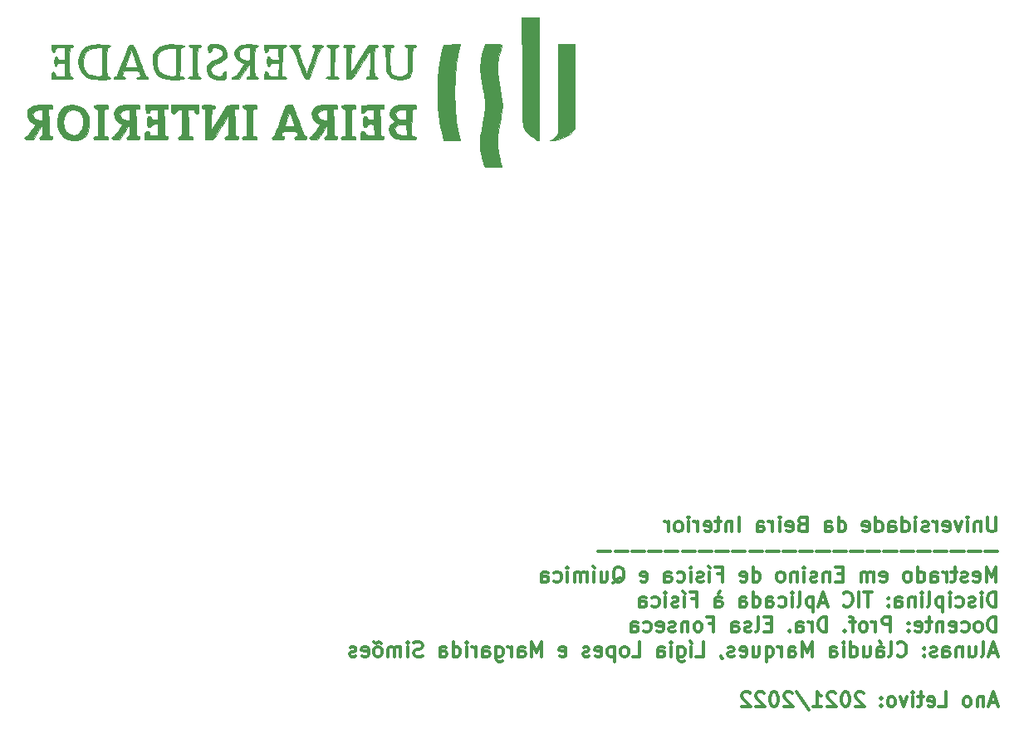
<source format=gbo>
G04 #@! TF.GenerationSoftware,KiCad,Pcbnew,(5.1.12-1-10_14)*
G04 #@! TF.CreationDate,2021-12-30T10:25:41+00:00*
G04 #@! TF.ProjectId,TICAF_v1,54494341-465f-4763-912e-6b696361645f,rev?*
G04 #@! TF.SameCoordinates,Original*
G04 #@! TF.FileFunction,Legend,Bot*
G04 #@! TF.FilePolarity,Positive*
%FSLAX46Y46*%
G04 Gerber Fmt 4.6, Leading zero omitted, Abs format (unit mm)*
G04 Created by KiCad (PCBNEW (5.1.12-1-10_14)) date 2021-12-30 10:25:41*
%MOMM*%
%LPD*%
G01*
G04 APERTURE LIST*
%ADD10C,0.300000*%
%ADD11C,0.010000*%
G04 APERTURE END LIST*
D10*
X168667857Y-108003571D02*
X168667857Y-109217857D01*
X168596428Y-109360714D01*
X168525000Y-109432142D01*
X168382142Y-109503571D01*
X168096428Y-109503571D01*
X167953571Y-109432142D01*
X167882142Y-109360714D01*
X167810714Y-109217857D01*
X167810714Y-108003571D01*
X167096428Y-108503571D02*
X167096428Y-109503571D01*
X167096428Y-108646428D02*
X167025000Y-108575000D01*
X166882142Y-108503571D01*
X166667857Y-108503571D01*
X166525000Y-108575000D01*
X166453571Y-108717857D01*
X166453571Y-109503571D01*
X165739285Y-109503571D02*
X165739285Y-108503571D01*
X165739285Y-108003571D02*
X165810714Y-108075000D01*
X165739285Y-108146428D01*
X165667857Y-108075000D01*
X165739285Y-108003571D01*
X165739285Y-108146428D01*
X165167857Y-108503571D02*
X164810714Y-109503571D01*
X164453571Y-108503571D01*
X163310714Y-109432142D02*
X163453571Y-109503571D01*
X163739285Y-109503571D01*
X163882142Y-109432142D01*
X163953571Y-109289285D01*
X163953571Y-108717857D01*
X163882142Y-108575000D01*
X163739285Y-108503571D01*
X163453571Y-108503571D01*
X163310714Y-108575000D01*
X163239285Y-108717857D01*
X163239285Y-108860714D01*
X163953571Y-109003571D01*
X162596428Y-109503571D02*
X162596428Y-108503571D01*
X162596428Y-108789285D02*
X162525000Y-108646428D01*
X162453571Y-108575000D01*
X162310714Y-108503571D01*
X162167857Y-108503571D01*
X161739285Y-109432142D02*
X161596428Y-109503571D01*
X161310714Y-109503571D01*
X161167857Y-109432142D01*
X161096428Y-109289285D01*
X161096428Y-109217857D01*
X161167857Y-109075000D01*
X161310714Y-109003571D01*
X161525000Y-109003571D01*
X161667857Y-108932142D01*
X161739285Y-108789285D01*
X161739285Y-108717857D01*
X161667857Y-108575000D01*
X161525000Y-108503571D01*
X161310714Y-108503571D01*
X161167857Y-108575000D01*
X160453571Y-109503571D02*
X160453571Y-108503571D01*
X160453571Y-108003571D02*
X160525000Y-108075000D01*
X160453571Y-108146428D01*
X160382142Y-108075000D01*
X160453571Y-108003571D01*
X160453571Y-108146428D01*
X159096428Y-109503571D02*
X159096428Y-108003571D01*
X159096428Y-109432142D02*
X159239285Y-109503571D01*
X159525000Y-109503571D01*
X159667857Y-109432142D01*
X159739285Y-109360714D01*
X159810714Y-109217857D01*
X159810714Y-108789285D01*
X159739285Y-108646428D01*
X159667857Y-108575000D01*
X159525000Y-108503571D01*
X159239285Y-108503571D01*
X159096428Y-108575000D01*
X157739285Y-109503571D02*
X157739285Y-108717857D01*
X157810714Y-108575000D01*
X157953571Y-108503571D01*
X158239285Y-108503571D01*
X158382142Y-108575000D01*
X157739285Y-109432142D02*
X157882142Y-109503571D01*
X158239285Y-109503571D01*
X158382142Y-109432142D01*
X158453571Y-109289285D01*
X158453571Y-109146428D01*
X158382142Y-109003571D01*
X158239285Y-108932142D01*
X157882142Y-108932142D01*
X157739285Y-108860714D01*
X156382142Y-109503571D02*
X156382142Y-108003571D01*
X156382142Y-109432142D02*
X156525000Y-109503571D01*
X156810714Y-109503571D01*
X156953571Y-109432142D01*
X157025000Y-109360714D01*
X157096428Y-109217857D01*
X157096428Y-108789285D01*
X157025000Y-108646428D01*
X156953571Y-108575000D01*
X156810714Y-108503571D01*
X156525000Y-108503571D01*
X156382142Y-108575000D01*
X155096428Y-109432142D02*
X155239285Y-109503571D01*
X155525000Y-109503571D01*
X155667857Y-109432142D01*
X155739285Y-109289285D01*
X155739285Y-108717857D01*
X155667857Y-108575000D01*
X155525000Y-108503571D01*
X155239285Y-108503571D01*
X155096428Y-108575000D01*
X155025000Y-108717857D01*
X155025000Y-108860714D01*
X155739285Y-109003571D01*
X152596428Y-109503571D02*
X152596428Y-108003571D01*
X152596428Y-109432142D02*
X152739285Y-109503571D01*
X153025000Y-109503571D01*
X153167857Y-109432142D01*
X153239285Y-109360714D01*
X153310714Y-109217857D01*
X153310714Y-108789285D01*
X153239285Y-108646428D01*
X153167857Y-108575000D01*
X153025000Y-108503571D01*
X152739285Y-108503571D01*
X152596428Y-108575000D01*
X151239285Y-109503571D02*
X151239285Y-108717857D01*
X151310714Y-108575000D01*
X151453571Y-108503571D01*
X151739285Y-108503571D01*
X151882142Y-108575000D01*
X151239285Y-109432142D02*
X151382142Y-109503571D01*
X151739285Y-109503571D01*
X151882142Y-109432142D01*
X151953571Y-109289285D01*
X151953571Y-109146428D01*
X151882142Y-109003571D01*
X151739285Y-108932142D01*
X151382142Y-108932142D01*
X151239285Y-108860714D01*
X148882142Y-108717857D02*
X148667857Y-108789285D01*
X148596428Y-108860714D01*
X148525000Y-109003571D01*
X148525000Y-109217857D01*
X148596428Y-109360714D01*
X148667857Y-109432142D01*
X148810714Y-109503571D01*
X149382142Y-109503571D01*
X149382142Y-108003571D01*
X148882142Y-108003571D01*
X148739285Y-108075000D01*
X148667857Y-108146428D01*
X148596428Y-108289285D01*
X148596428Y-108432142D01*
X148667857Y-108575000D01*
X148739285Y-108646428D01*
X148882142Y-108717857D01*
X149382142Y-108717857D01*
X147310714Y-109432142D02*
X147453571Y-109503571D01*
X147739285Y-109503571D01*
X147882142Y-109432142D01*
X147953571Y-109289285D01*
X147953571Y-108717857D01*
X147882142Y-108575000D01*
X147739285Y-108503571D01*
X147453571Y-108503571D01*
X147310714Y-108575000D01*
X147239285Y-108717857D01*
X147239285Y-108860714D01*
X147953571Y-109003571D01*
X146596428Y-109503571D02*
X146596428Y-108503571D01*
X146596428Y-108003571D02*
X146667857Y-108075000D01*
X146596428Y-108146428D01*
X146525000Y-108075000D01*
X146596428Y-108003571D01*
X146596428Y-108146428D01*
X145882142Y-109503571D02*
X145882142Y-108503571D01*
X145882142Y-108789285D02*
X145810714Y-108646428D01*
X145739285Y-108575000D01*
X145596428Y-108503571D01*
X145453571Y-108503571D01*
X144310714Y-109503571D02*
X144310714Y-108717857D01*
X144382142Y-108575000D01*
X144525000Y-108503571D01*
X144810714Y-108503571D01*
X144953571Y-108575000D01*
X144310714Y-109432142D02*
X144453571Y-109503571D01*
X144810714Y-109503571D01*
X144953571Y-109432142D01*
X145025000Y-109289285D01*
X145025000Y-109146428D01*
X144953571Y-109003571D01*
X144810714Y-108932142D01*
X144453571Y-108932142D01*
X144310714Y-108860714D01*
X142453571Y-109503571D02*
X142453571Y-108003571D01*
X141739285Y-108503571D02*
X141739285Y-109503571D01*
X141739285Y-108646428D02*
X141667857Y-108575000D01*
X141525000Y-108503571D01*
X141310714Y-108503571D01*
X141167857Y-108575000D01*
X141096428Y-108717857D01*
X141096428Y-109503571D01*
X140596428Y-108503571D02*
X140025000Y-108503571D01*
X140382142Y-108003571D02*
X140382142Y-109289285D01*
X140310714Y-109432142D01*
X140167857Y-109503571D01*
X140025000Y-109503571D01*
X138953571Y-109432142D02*
X139096428Y-109503571D01*
X139382142Y-109503571D01*
X139525000Y-109432142D01*
X139596428Y-109289285D01*
X139596428Y-108717857D01*
X139525000Y-108575000D01*
X139382142Y-108503571D01*
X139096428Y-108503571D01*
X138953571Y-108575000D01*
X138882142Y-108717857D01*
X138882142Y-108860714D01*
X139596428Y-109003571D01*
X138239285Y-109503571D02*
X138239285Y-108503571D01*
X138239285Y-108789285D02*
X138167857Y-108646428D01*
X138096428Y-108575000D01*
X137953571Y-108503571D01*
X137810714Y-108503571D01*
X137310714Y-109503571D02*
X137310714Y-108503571D01*
X137310714Y-108003571D02*
X137382142Y-108075000D01*
X137310714Y-108146428D01*
X137239285Y-108075000D01*
X137310714Y-108003571D01*
X137310714Y-108146428D01*
X136382142Y-109503571D02*
X136525000Y-109432142D01*
X136596428Y-109360714D01*
X136667857Y-109217857D01*
X136667857Y-108789285D01*
X136596428Y-108646428D01*
X136525000Y-108575000D01*
X136382142Y-108503571D01*
X136167857Y-108503571D01*
X136025000Y-108575000D01*
X135953571Y-108646428D01*
X135882142Y-108789285D01*
X135882142Y-109217857D01*
X135953571Y-109360714D01*
X136025000Y-109432142D01*
X136167857Y-109503571D01*
X136382142Y-109503571D01*
X135239285Y-109503571D02*
X135239285Y-108503571D01*
X135239285Y-108789285D02*
X135167857Y-108646428D01*
X135096428Y-108575000D01*
X134953571Y-108503571D01*
X134810714Y-108503571D01*
X168810714Y-111553571D02*
X167525000Y-111553571D01*
X167096428Y-111553571D02*
X165810714Y-111553571D01*
X165382142Y-111553571D02*
X164096428Y-111553571D01*
X163667857Y-111553571D02*
X162382142Y-111553571D01*
X161953571Y-111553571D02*
X160667857Y-111553571D01*
X160239285Y-111553571D02*
X158953571Y-111553571D01*
X158525000Y-111553571D02*
X157239285Y-111553571D01*
X156810714Y-111553571D02*
X155525000Y-111553571D01*
X155096428Y-111553571D02*
X153810714Y-111553571D01*
X153382142Y-111553571D02*
X152096428Y-111553571D01*
X151667857Y-111553571D02*
X150382142Y-111553571D01*
X149953571Y-111553571D02*
X148667857Y-111553571D01*
X148239285Y-111553571D02*
X146953571Y-111553571D01*
X146525000Y-111553571D02*
X145239285Y-111553571D01*
X144810714Y-111553571D02*
X143525000Y-111553571D01*
X143096428Y-111553571D02*
X141810714Y-111553571D01*
X141382142Y-111553571D02*
X140096428Y-111553571D01*
X139667857Y-111553571D02*
X138382142Y-111553571D01*
X137953571Y-111553571D02*
X136667857Y-111553571D01*
X136239285Y-111553571D02*
X134953571Y-111553571D01*
X134525000Y-111553571D02*
X133239285Y-111553571D01*
X132810714Y-111553571D02*
X131525000Y-111553571D01*
X131096428Y-111553571D02*
X129810714Y-111553571D01*
X129382142Y-111553571D02*
X128096428Y-111553571D01*
X168667857Y-114603571D02*
X168667857Y-113103571D01*
X168167857Y-114175000D01*
X167667857Y-113103571D01*
X167667857Y-114603571D01*
X166382142Y-114532142D02*
X166525000Y-114603571D01*
X166810714Y-114603571D01*
X166953571Y-114532142D01*
X167025000Y-114389285D01*
X167025000Y-113817857D01*
X166953571Y-113675000D01*
X166810714Y-113603571D01*
X166525000Y-113603571D01*
X166382142Y-113675000D01*
X166310714Y-113817857D01*
X166310714Y-113960714D01*
X167025000Y-114103571D01*
X165739285Y-114532142D02*
X165596428Y-114603571D01*
X165310714Y-114603571D01*
X165167857Y-114532142D01*
X165096428Y-114389285D01*
X165096428Y-114317857D01*
X165167857Y-114175000D01*
X165310714Y-114103571D01*
X165525000Y-114103571D01*
X165667857Y-114032142D01*
X165739285Y-113889285D01*
X165739285Y-113817857D01*
X165667857Y-113675000D01*
X165525000Y-113603571D01*
X165310714Y-113603571D01*
X165167857Y-113675000D01*
X164667857Y-113603571D02*
X164096428Y-113603571D01*
X164453571Y-113103571D02*
X164453571Y-114389285D01*
X164382142Y-114532142D01*
X164239285Y-114603571D01*
X164096428Y-114603571D01*
X163596428Y-114603571D02*
X163596428Y-113603571D01*
X163596428Y-113889285D02*
X163525000Y-113746428D01*
X163453571Y-113675000D01*
X163310714Y-113603571D01*
X163167857Y-113603571D01*
X162025000Y-114603571D02*
X162025000Y-113817857D01*
X162096428Y-113675000D01*
X162239285Y-113603571D01*
X162525000Y-113603571D01*
X162667857Y-113675000D01*
X162025000Y-114532142D02*
X162167857Y-114603571D01*
X162525000Y-114603571D01*
X162667857Y-114532142D01*
X162739285Y-114389285D01*
X162739285Y-114246428D01*
X162667857Y-114103571D01*
X162525000Y-114032142D01*
X162167857Y-114032142D01*
X162025000Y-113960714D01*
X160667857Y-114603571D02*
X160667857Y-113103571D01*
X160667857Y-114532142D02*
X160810714Y-114603571D01*
X161096428Y-114603571D01*
X161239285Y-114532142D01*
X161310714Y-114460714D01*
X161382142Y-114317857D01*
X161382142Y-113889285D01*
X161310714Y-113746428D01*
X161239285Y-113675000D01*
X161096428Y-113603571D01*
X160810714Y-113603571D01*
X160667857Y-113675000D01*
X159739285Y-114603571D02*
X159882142Y-114532142D01*
X159953571Y-114460714D01*
X160025000Y-114317857D01*
X160025000Y-113889285D01*
X159953571Y-113746428D01*
X159882142Y-113675000D01*
X159739285Y-113603571D01*
X159525000Y-113603571D01*
X159382142Y-113675000D01*
X159310714Y-113746428D01*
X159239285Y-113889285D01*
X159239285Y-114317857D01*
X159310714Y-114460714D01*
X159382142Y-114532142D01*
X159525000Y-114603571D01*
X159739285Y-114603571D01*
X156882142Y-114532142D02*
X157025000Y-114603571D01*
X157310714Y-114603571D01*
X157453571Y-114532142D01*
X157525000Y-114389285D01*
X157525000Y-113817857D01*
X157453571Y-113675000D01*
X157310714Y-113603571D01*
X157025000Y-113603571D01*
X156882142Y-113675000D01*
X156810714Y-113817857D01*
X156810714Y-113960714D01*
X157525000Y-114103571D01*
X156167857Y-114603571D02*
X156167857Y-113603571D01*
X156167857Y-113746428D02*
X156096428Y-113675000D01*
X155953571Y-113603571D01*
X155739285Y-113603571D01*
X155596428Y-113675000D01*
X155525000Y-113817857D01*
X155525000Y-114603571D01*
X155525000Y-113817857D02*
X155453571Y-113675000D01*
X155310714Y-113603571D01*
X155096428Y-113603571D01*
X154953571Y-113675000D01*
X154882142Y-113817857D01*
X154882142Y-114603571D01*
X153025000Y-113817857D02*
X152525000Y-113817857D01*
X152310714Y-114603571D02*
X153025000Y-114603571D01*
X153025000Y-113103571D01*
X152310714Y-113103571D01*
X151667857Y-113603571D02*
X151667857Y-114603571D01*
X151667857Y-113746428D02*
X151596428Y-113675000D01*
X151453571Y-113603571D01*
X151239285Y-113603571D01*
X151096428Y-113675000D01*
X151025000Y-113817857D01*
X151025000Y-114603571D01*
X150382142Y-114532142D02*
X150239285Y-114603571D01*
X149953571Y-114603571D01*
X149810714Y-114532142D01*
X149739285Y-114389285D01*
X149739285Y-114317857D01*
X149810714Y-114175000D01*
X149953571Y-114103571D01*
X150167857Y-114103571D01*
X150310714Y-114032142D01*
X150382142Y-113889285D01*
X150382142Y-113817857D01*
X150310714Y-113675000D01*
X150167857Y-113603571D01*
X149953571Y-113603571D01*
X149810714Y-113675000D01*
X149096428Y-114603571D02*
X149096428Y-113603571D01*
X149096428Y-113103571D02*
X149167857Y-113175000D01*
X149096428Y-113246428D01*
X149025000Y-113175000D01*
X149096428Y-113103571D01*
X149096428Y-113246428D01*
X148382142Y-113603571D02*
X148382142Y-114603571D01*
X148382142Y-113746428D02*
X148310714Y-113675000D01*
X148167857Y-113603571D01*
X147953571Y-113603571D01*
X147810714Y-113675000D01*
X147739285Y-113817857D01*
X147739285Y-114603571D01*
X146810714Y-114603571D02*
X146953571Y-114532142D01*
X147025000Y-114460714D01*
X147096428Y-114317857D01*
X147096428Y-113889285D01*
X147025000Y-113746428D01*
X146953571Y-113675000D01*
X146810714Y-113603571D01*
X146596428Y-113603571D01*
X146453571Y-113675000D01*
X146382142Y-113746428D01*
X146310714Y-113889285D01*
X146310714Y-114317857D01*
X146382142Y-114460714D01*
X146453571Y-114532142D01*
X146596428Y-114603571D01*
X146810714Y-114603571D01*
X143882142Y-114603571D02*
X143882142Y-113103571D01*
X143882142Y-114532142D02*
X144025000Y-114603571D01*
X144310714Y-114603571D01*
X144453571Y-114532142D01*
X144525000Y-114460714D01*
X144596428Y-114317857D01*
X144596428Y-113889285D01*
X144525000Y-113746428D01*
X144453571Y-113675000D01*
X144310714Y-113603571D01*
X144025000Y-113603571D01*
X143882142Y-113675000D01*
X142596428Y-114532142D02*
X142739285Y-114603571D01*
X143025000Y-114603571D01*
X143167857Y-114532142D01*
X143239285Y-114389285D01*
X143239285Y-113817857D01*
X143167857Y-113675000D01*
X143025000Y-113603571D01*
X142739285Y-113603571D01*
X142596428Y-113675000D01*
X142525000Y-113817857D01*
X142525000Y-113960714D01*
X143239285Y-114103571D01*
X140239285Y-113817857D02*
X140739285Y-113817857D01*
X140739285Y-114603571D02*
X140739285Y-113103571D01*
X140025000Y-113103571D01*
X139453571Y-114603571D02*
X139453571Y-113603571D01*
X139310714Y-113032142D02*
X139525000Y-113246428D01*
X138810714Y-114532142D02*
X138667857Y-114603571D01*
X138382142Y-114603571D01*
X138239285Y-114532142D01*
X138167857Y-114389285D01*
X138167857Y-114317857D01*
X138239285Y-114175000D01*
X138382142Y-114103571D01*
X138596428Y-114103571D01*
X138739285Y-114032142D01*
X138810714Y-113889285D01*
X138810714Y-113817857D01*
X138739285Y-113675000D01*
X138596428Y-113603571D01*
X138382142Y-113603571D01*
X138239285Y-113675000D01*
X137525000Y-114603571D02*
X137525000Y-113603571D01*
X137525000Y-113103571D02*
X137596428Y-113175000D01*
X137525000Y-113246428D01*
X137453571Y-113175000D01*
X137525000Y-113103571D01*
X137525000Y-113246428D01*
X136167857Y-114532142D02*
X136310714Y-114603571D01*
X136596428Y-114603571D01*
X136739285Y-114532142D01*
X136810714Y-114460714D01*
X136882142Y-114317857D01*
X136882142Y-113889285D01*
X136810714Y-113746428D01*
X136739285Y-113675000D01*
X136596428Y-113603571D01*
X136310714Y-113603571D01*
X136167857Y-113675000D01*
X134882142Y-114603571D02*
X134882142Y-113817857D01*
X134953571Y-113675000D01*
X135096428Y-113603571D01*
X135382142Y-113603571D01*
X135525000Y-113675000D01*
X134882142Y-114532142D02*
X135025000Y-114603571D01*
X135382142Y-114603571D01*
X135525000Y-114532142D01*
X135596428Y-114389285D01*
X135596428Y-114246428D01*
X135525000Y-114103571D01*
X135382142Y-114032142D01*
X135025000Y-114032142D01*
X134882142Y-113960714D01*
X132453571Y-114532142D02*
X132596428Y-114603571D01*
X132882142Y-114603571D01*
X133025000Y-114532142D01*
X133096428Y-114389285D01*
X133096428Y-113817857D01*
X133025000Y-113675000D01*
X132882142Y-113603571D01*
X132596428Y-113603571D01*
X132453571Y-113675000D01*
X132382142Y-113817857D01*
X132382142Y-113960714D01*
X133096428Y-114103571D01*
X129596428Y-114746428D02*
X129739285Y-114675000D01*
X129882142Y-114532142D01*
X130096428Y-114317857D01*
X130239285Y-114246428D01*
X130382142Y-114246428D01*
X130310714Y-114603571D02*
X130453571Y-114532142D01*
X130596428Y-114389285D01*
X130667857Y-114103571D01*
X130667857Y-113603571D01*
X130596428Y-113317857D01*
X130453571Y-113175000D01*
X130310714Y-113103571D01*
X130025000Y-113103571D01*
X129882142Y-113175000D01*
X129739285Y-113317857D01*
X129667857Y-113603571D01*
X129667857Y-114103571D01*
X129739285Y-114389285D01*
X129882142Y-114532142D01*
X130025000Y-114603571D01*
X130310714Y-114603571D01*
X128382142Y-113603571D02*
X128382142Y-114603571D01*
X129025000Y-113603571D02*
X129025000Y-114389285D01*
X128953571Y-114532142D01*
X128810714Y-114603571D01*
X128596428Y-114603571D01*
X128453571Y-114532142D01*
X128382142Y-114460714D01*
X127667857Y-114603571D02*
X127667857Y-113603571D01*
X127525000Y-113032142D02*
X127739285Y-113246428D01*
X126953571Y-114603571D02*
X126953571Y-113603571D01*
X126953571Y-113746428D02*
X126882142Y-113675000D01*
X126739285Y-113603571D01*
X126525000Y-113603571D01*
X126382142Y-113675000D01*
X126310714Y-113817857D01*
X126310714Y-114603571D01*
X126310714Y-113817857D02*
X126239285Y-113675000D01*
X126096428Y-113603571D01*
X125882142Y-113603571D01*
X125739285Y-113675000D01*
X125667857Y-113817857D01*
X125667857Y-114603571D01*
X124953571Y-114603571D02*
X124953571Y-113603571D01*
X124953571Y-113103571D02*
X125025000Y-113175000D01*
X124953571Y-113246428D01*
X124882142Y-113175000D01*
X124953571Y-113103571D01*
X124953571Y-113246428D01*
X123596428Y-114532142D02*
X123739285Y-114603571D01*
X124025000Y-114603571D01*
X124167857Y-114532142D01*
X124239285Y-114460714D01*
X124310714Y-114317857D01*
X124310714Y-113889285D01*
X124239285Y-113746428D01*
X124167857Y-113675000D01*
X124025000Y-113603571D01*
X123739285Y-113603571D01*
X123596428Y-113675000D01*
X122310714Y-114603571D02*
X122310714Y-113817857D01*
X122382142Y-113675000D01*
X122525000Y-113603571D01*
X122810714Y-113603571D01*
X122953571Y-113675000D01*
X122310714Y-114532142D02*
X122453571Y-114603571D01*
X122810714Y-114603571D01*
X122953571Y-114532142D01*
X123025000Y-114389285D01*
X123025000Y-114246428D01*
X122953571Y-114103571D01*
X122810714Y-114032142D01*
X122453571Y-114032142D01*
X122310714Y-113960714D01*
X168667857Y-117153571D02*
X168667857Y-115653571D01*
X168310714Y-115653571D01*
X168096428Y-115725000D01*
X167953571Y-115867857D01*
X167882142Y-116010714D01*
X167810714Y-116296428D01*
X167810714Y-116510714D01*
X167882142Y-116796428D01*
X167953571Y-116939285D01*
X168096428Y-117082142D01*
X168310714Y-117153571D01*
X168667857Y-117153571D01*
X167167857Y-117153571D02*
X167167857Y-116153571D01*
X167167857Y-115653571D02*
X167239285Y-115725000D01*
X167167857Y-115796428D01*
X167096428Y-115725000D01*
X167167857Y-115653571D01*
X167167857Y-115796428D01*
X166525000Y-117082142D02*
X166382142Y-117153571D01*
X166096428Y-117153571D01*
X165953571Y-117082142D01*
X165882142Y-116939285D01*
X165882142Y-116867857D01*
X165953571Y-116725000D01*
X166096428Y-116653571D01*
X166310714Y-116653571D01*
X166453571Y-116582142D01*
X166525000Y-116439285D01*
X166525000Y-116367857D01*
X166453571Y-116225000D01*
X166310714Y-116153571D01*
X166096428Y-116153571D01*
X165953571Y-116225000D01*
X164596428Y-117082142D02*
X164739285Y-117153571D01*
X165025000Y-117153571D01*
X165167857Y-117082142D01*
X165239285Y-117010714D01*
X165310714Y-116867857D01*
X165310714Y-116439285D01*
X165239285Y-116296428D01*
X165167857Y-116225000D01*
X165025000Y-116153571D01*
X164739285Y-116153571D01*
X164596428Y-116225000D01*
X163953571Y-117153571D02*
X163953571Y-116153571D01*
X163953571Y-115653571D02*
X164025000Y-115725000D01*
X163953571Y-115796428D01*
X163882142Y-115725000D01*
X163953571Y-115653571D01*
X163953571Y-115796428D01*
X163239285Y-116153571D02*
X163239285Y-117653571D01*
X163239285Y-116225000D02*
X163096428Y-116153571D01*
X162810714Y-116153571D01*
X162667857Y-116225000D01*
X162596428Y-116296428D01*
X162525000Y-116439285D01*
X162525000Y-116867857D01*
X162596428Y-117010714D01*
X162667857Y-117082142D01*
X162810714Y-117153571D01*
X163096428Y-117153571D01*
X163239285Y-117082142D01*
X161667857Y-117153571D02*
X161810714Y-117082142D01*
X161882142Y-116939285D01*
X161882142Y-115653571D01*
X161096428Y-117153571D02*
X161096428Y-116153571D01*
X161096428Y-115653571D02*
X161167857Y-115725000D01*
X161096428Y-115796428D01*
X161025000Y-115725000D01*
X161096428Y-115653571D01*
X161096428Y-115796428D01*
X160382142Y-116153571D02*
X160382142Y-117153571D01*
X160382142Y-116296428D02*
X160310714Y-116225000D01*
X160167857Y-116153571D01*
X159953571Y-116153571D01*
X159810714Y-116225000D01*
X159739285Y-116367857D01*
X159739285Y-117153571D01*
X158382142Y-117153571D02*
X158382142Y-116367857D01*
X158453571Y-116225000D01*
X158596428Y-116153571D01*
X158882142Y-116153571D01*
X159025000Y-116225000D01*
X158382142Y-117082142D02*
X158525000Y-117153571D01*
X158882142Y-117153571D01*
X159025000Y-117082142D01*
X159096428Y-116939285D01*
X159096428Y-116796428D01*
X159025000Y-116653571D01*
X158882142Y-116582142D01*
X158525000Y-116582142D01*
X158382142Y-116510714D01*
X157667857Y-117010714D02*
X157596428Y-117082142D01*
X157667857Y-117153571D01*
X157739285Y-117082142D01*
X157667857Y-117010714D01*
X157667857Y-117153571D01*
X157667857Y-116225000D02*
X157596428Y-116296428D01*
X157667857Y-116367857D01*
X157739285Y-116296428D01*
X157667857Y-116225000D01*
X157667857Y-116367857D01*
X156025000Y-115653571D02*
X155167857Y-115653571D01*
X155596428Y-117153571D02*
X155596428Y-115653571D01*
X154667857Y-117153571D02*
X154667857Y-115653571D01*
X153096428Y-117010714D02*
X153167857Y-117082142D01*
X153382142Y-117153571D01*
X153525000Y-117153571D01*
X153739285Y-117082142D01*
X153882142Y-116939285D01*
X153953571Y-116796428D01*
X154025000Y-116510714D01*
X154025000Y-116296428D01*
X153953571Y-116010714D01*
X153882142Y-115867857D01*
X153739285Y-115725000D01*
X153525000Y-115653571D01*
X153382142Y-115653571D01*
X153167857Y-115725000D01*
X153096428Y-115796428D01*
X151382142Y-116725000D02*
X150667857Y-116725000D01*
X151525000Y-117153571D02*
X151025000Y-115653571D01*
X150525000Y-117153571D01*
X150025000Y-116153571D02*
X150025000Y-117653571D01*
X150025000Y-116225000D02*
X149882142Y-116153571D01*
X149596428Y-116153571D01*
X149453571Y-116225000D01*
X149382142Y-116296428D01*
X149310714Y-116439285D01*
X149310714Y-116867857D01*
X149382142Y-117010714D01*
X149453571Y-117082142D01*
X149596428Y-117153571D01*
X149882142Y-117153571D01*
X150025000Y-117082142D01*
X148453571Y-117153571D02*
X148596428Y-117082142D01*
X148667857Y-116939285D01*
X148667857Y-115653571D01*
X147882142Y-117153571D02*
X147882142Y-116153571D01*
X147882142Y-115653571D02*
X147953571Y-115725000D01*
X147882142Y-115796428D01*
X147810714Y-115725000D01*
X147882142Y-115653571D01*
X147882142Y-115796428D01*
X146525000Y-117082142D02*
X146667857Y-117153571D01*
X146953571Y-117153571D01*
X147096428Y-117082142D01*
X147167857Y-117010714D01*
X147239285Y-116867857D01*
X147239285Y-116439285D01*
X147167857Y-116296428D01*
X147096428Y-116225000D01*
X146953571Y-116153571D01*
X146667857Y-116153571D01*
X146525000Y-116225000D01*
X145239285Y-117153571D02*
X145239285Y-116367857D01*
X145310714Y-116225000D01*
X145453571Y-116153571D01*
X145739285Y-116153571D01*
X145882142Y-116225000D01*
X145239285Y-117082142D02*
X145382142Y-117153571D01*
X145739285Y-117153571D01*
X145882142Y-117082142D01*
X145953571Y-116939285D01*
X145953571Y-116796428D01*
X145882142Y-116653571D01*
X145739285Y-116582142D01*
X145382142Y-116582142D01*
X145239285Y-116510714D01*
X143882142Y-117153571D02*
X143882142Y-115653571D01*
X143882142Y-117082142D02*
X144025000Y-117153571D01*
X144310714Y-117153571D01*
X144453571Y-117082142D01*
X144525000Y-117010714D01*
X144596428Y-116867857D01*
X144596428Y-116439285D01*
X144525000Y-116296428D01*
X144453571Y-116225000D01*
X144310714Y-116153571D01*
X144025000Y-116153571D01*
X143882142Y-116225000D01*
X142525000Y-117153571D02*
X142525000Y-116367857D01*
X142596428Y-116225000D01*
X142739285Y-116153571D01*
X143025000Y-116153571D01*
X143167857Y-116225000D01*
X142525000Y-117082142D02*
X142667857Y-117153571D01*
X143025000Y-117153571D01*
X143167857Y-117082142D01*
X143239285Y-116939285D01*
X143239285Y-116796428D01*
X143167857Y-116653571D01*
X143025000Y-116582142D01*
X142667857Y-116582142D01*
X142525000Y-116510714D01*
X140025000Y-117153571D02*
X140025000Y-116367857D01*
X140096428Y-116225000D01*
X140239285Y-116153571D01*
X140525000Y-116153571D01*
X140667857Y-116225000D01*
X140025000Y-117082142D02*
X140167857Y-117153571D01*
X140525000Y-117153571D01*
X140667857Y-117082142D01*
X140739285Y-116939285D01*
X140739285Y-116796428D01*
X140667857Y-116653571D01*
X140525000Y-116582142D01*
X140167857Y-116582142D01*
X140025000Y-116510714D01*
X140525000Y-115582142D02*
X140310714Y-115796428D01*
X137667857Y-116367857D02*
X138167857Y-116367857D01*
X138167857Y-117153571D02*
X138167857Y-115653571D01*
X137453571Y-115653571D01*
X136882142Y-117153571D02*
X136882142Y-116153571D01*
X136739285Y-115582142D02*
X136953571Y-115796428D01*
X136239285Y-117082142D02*
X136096428Y-117153571D01*
X135810714Y-117153571D01*
X135667857Y-117082142D01*
X135596428Y-116939285D01*
X135596428Y-116867857D01*
X135667857Y-116725000D01*
X135810714Y-116653571D01*
X136025000Y-116653571D01*
X136167857Y-116582142D01*
X136239285Y-116439285D01*
X136239285Y-116367857D01*
X136167857Y-116225000D01*
X136025000Y-116153571D01*
X135810714Y-116153571D01*
X135667857Y-116225000D01*
X134953571Y-117153571D02*
X134953571Y-116153571D01*
X134953571Y-115653571D02*
X135025000Y-115725000D01*
X134953571Y-115796428D01*
X134882142Y-115725000D01*
X134953571Y-115653571D01*
X134953571Y-115796428D01*
X133596428Y-117082142D02*
X133739285Y-117153571D01*
X134025000Y-117153571D01*
X134167857Y-117082142D01*
X134239285Y-117010714D01*
X134310714Y-116867857D01*
X134310714Y-116439285D01*
X134239285Y-116296428D01*
X134167857Y-116225000D01*
X134025000Y-116153571D01*
X133739285Y-116153571D01*
X133596428Y-116225000D01*
X132310714Y-117153571D02*
X132310714Y-116367857D01*
X132382142Y-116225000D01*
X132525000Y-116153571D01*
X132810714Y-116153571D01*
X132953571Y-116225000D01*
X132310714Y-117082142D02*
X132453571Y-117153571D01*
X132810714Y-117153571D01*
X132953571Y-117082142D01*
X133025000Y-116939285D01*
X133025000Y-116796428D01*
X132953571Y-116653571D01*
X132810714Y-116582142D01*
X132453571Y-116582142D01*
X132310714Y-116510714D01*
X168667857Y-119703571D02*
X168667857Y-118203571D01*
X168310714Y-118203571D01*
X168096428Y-118275000D01*
X167953571Y-118417857D01*
X167882142Y-118560714D01*
X167810714Y-118846428D01*
X167810714Y-119060714D01*
X167882142Y-119346428D01*
X167953571Y-119489285D01*
X168096428Y-119632142D01*
X168310714Y-119703571D01*
X168667857Y-119703571D01*
X166953571Y-119703571D02*
X167096428Y-119632142D01*
X167167857Y-119560714D01*
X167239285Y-119417857D01*
X167239285Y-118989285D01*
X167167857Y-118846428D01*
X167096428Y-118775000D01*
X166953571Y-118703571D01*
X166739285Y-118703571D01*
X166596428Y-118775000D01*
X166525000Y-118846428D01*
X166453571Y-118989285D01*
X166453571Y-119417857D01*
X166525000Y-119560714D01*
X166596428Y-119632142D01*
X166739285Y-119703571D01*
X166953571Y-119703571D01*
X165167857Y-119632142D02*
X165310714Y-119703571D01*
X165596428Y-119703571D01*
X165739285Y-119632142D01*
X165810714Y-119560714D01*
X165882142Y-119417857D01*
X165882142Y-118989285D01*
X165810714Y-118846428D01*
X165739285Y-118775000D01*
X165596428Y-118703571D01*
X165310714Y-118703571D01*
X165167857Y-118775000D01*
X163953571Y-119632142D02*
X164096428Y-119703571D01*
X164382142Y-119703571D01*
X164525000Y-119632142D01*
X164596428Y-119489285D01*
X164596428Y-118917857D01*
X164525000Y-118775000D01*
X164382142Y-118703571D01*
X164096428Y-118703571D01*
X163953571Y-118775000D01*
X163882142Y-118917857D01*
X163882142Y-119060714D01*
X164596428Y-119203571D01*
X163239285Y-118703571D02*
X163239285Y-119703571D01*
X163239285Y-118846428D02*
X163167857Y-118775000D01*
X163025000Y-118703571D01*
X162810714Y-118703571D01*
X162667857Y-118775000D01*
X162596428Y-118917857D01*
X162596428Y-119703571D01*
X162096428Y-118703571D02*
X161525000Y-118703571D01*
X161882142Y-118203571D02*
X161882142Y-119489285D01*
X161810714Y-119632142D01*
X161667857Y-119703571D01*
X161525000Y-119703571D01*
X160453571Y-119632142D02*
X160596428Y-119703571D01*
X160882142Y-119703571D01*
X161025000Y-119632142D01*
X161096428Y-119489285D01*
X161096428Y-118917857D01*
X161025000Y-118775000D01*
X160882142Y-118703571D01*
X160596428Y-118703571D01*
X160453571Y-118775000D01*
X160382142Y-118917857D01*
X160382142Y-119060714D01*
X161096428Y-119203571D01*
X159739285Y-119560714D02*
X159667857Y-119632142D01*
X159739285Y-119703571D01*
X159810714Y-119632142D01*
X159739285Y-119560714D01*
X159739285Y-119703571D01*
X159739285Y-118775000D02*
X159667857Y-118846428D01*
X159739285Y-118917857D01*
X159810714Y-118846428D01*
X159739285Y-118775000D01*
X159739285Y-118917857D01*
X157882142Y-119703571D02*
X157882142Y-118203571D01*
X157310714Y-118203571D01*
X157167857Y-118275000D01*
X157096428Y-118346428D01*
X157025000Y-118489285D01*
X157025000Y-118703571D01*
X157096428Y-118846428D01*
X157167857Y-118917857D01*
X157310714Y-118989285D01*
X157882142Y-118989285D01*
X156382142Y-119703571D02*
X156382142Y-118703571D01*
X156382142Y-118989285D02*
X156310714Y-118846428D01*
X156239285Y-118775000D01*
X156096428Y-118703571D01*
X155953571Y-118703571D01*
X155239285Y-119703571D02*
X155382142Y-119632142D01*
X155453571Y-119560714D01*
X155525000Y-119417857D01*
X155525000Y-118989285D01*
X155453571Y-118846428D01*
X155382142Y-118775000D01*
X155239285Y-118703571D01*
X155025000Y-118703571D01*
X154882142Y-118775000D01*
X154810714Y-118846428D01*
X154739285Y-118989285D01*
X154739285Y-119417857D01*
X154810714Y-119560714D01*
X154882142Y-119632142D01*
X155025000Y-119703571D01*
X155239285Y-119703571D01*
X154310714Y-118703571D02*
X153739285Y-118703571D01*
X154096428Y-119703571D02*
X154096428Y-118417857D01*
X154025000Y-118275000D01*
X153882142Y-118203571D01*
X153739285Y-118203571D01*
X153239285Y-119560714D02*
X153167857Y-119632142D01*
X153239285Y-119703571D01*
X153310714Y-119632142D01*
X153239285Y-119560714D01*
X153239285Y-119703571D01*
X151382142Y-119703571D02*
X151382142Y-118203571D01*
X151025000Y-118203571D01*
X150810714Y-118275000D01*
X150667857Y-118417857D01*
X150596428Y-118560714D01*
X150525000Y-118846428D01*
X150525000Y-119060714D01*
X150596428Y-119346428D01*
X150667857Y-119489285D01*
X150810714Y-119632142D01*
X151025000Y-119703571D01*
X151382142Y-119703571D01*
X149882142Y-119703571D02*
X149882142Y-118703571D01*
X149882142Y-118989285D02*
X149810714Y-118846428D01*
X149739285Y-118775000D01*
X149596428Y-118703571D01*
X149453571Y-118703571D01*
X148310714Y-119703571D02*
X148310714Y-118917857D01*
X148382142Y-118775000D01*
X148525000Y-118703571D01*
X148810714Y-118703571D01*
X148953571Y-118775000D01*
X148310714Y-119632142D02*
X148453571Y-119703571D01*
X148810714Y-119703571D01*
X148953571Y-119632142D01*
X149025000Y-119489285D01*
X149025000Y-119346428D01*
X148953571Y-119203571D01*
X148810714Y-119132142D01*
X148453571Y-119132142D01*
X148310714Y-119060714D01*
X147596428Y-119560714D02*
X147525000Y-119632142D01*
X147596428Y-119703571D01*
X147667857Y-119632142D01*
X147596428Y-119560714D01*
X147596428Y-119703571D01*
X145739285Y-118917857D02*
X145239285Y-118917857D01*
X145025000Y-119703571D02*
X145739285Y-119703571D01*
X145739285Y-118203571D01*
X145025000Y-118203571D01*
X144167857Y-119703571D02*
X144310714Y-119632142D01*
X144382142Y-119489285D01*
X144382142Y-118203571D01*
X143667857Y-119632142D02*
X143525000Y-119703571D01*
X143239285Y-119703571D01*
X143096428Y-119632142D01*
X143025000Y-119489285D01*
X143025000Y-119417857D01*
X143096428Y-119275000D01*
X143239285Y-119203571D01*
X143453571Y-119203571D01*
X143596428Y-119132142D01*
X143667857Y-118989285D01*
X143667857Y-118917857D01*
X143596428Y-118775000D01*
X143453571Y-118703571D01*
X143239285Y-118703571D01*
X143096428Y-118775000D01*
X141739285Y-119703571D02*
X141739285Y-118917857D01*
X141810714Y-118775000D01*
X141953571Y-118703571D01*
X142239285Y-118703571D01*
X142382142Y-118775000D01*
X141739285Y-119632142D02*
X141882142Y-119703571D01*
X142239285Y-119703571D01*
X142382142Y-119632142D01*
X142453571Y-119489285D01*
X142453571Y-119346428D01*
X142382142Y-119203571D01*
X142239285Y-119132142D01*
X141882142Y-119132142D01*
X141739285Y-119060714D01*
X139382142Y-118917857D02*
X139882142Y-118917857D01*
X139882142Y-119703571D02*
X139882142Y-118203571D01*
X139167857Y-118203571D01*
X138382142Y-119703571D02*
X138525000Y-119632142D01*
X138596428Y-119560714D01*
X138667857Y-119417857D01*
X138667857Y-118989285D01*
X138596428Y-118846428D01*
X138525000Y-118775000D01*
X138382142Y-118703571D01*
X138167857Y-118703571D01*
X138025000Y-118775000D01*
X137953571Y-118846428D01*
X137882142Y-118989285D01*
X137882142Y-119417857D01*
X137953571Y-119560714D01*
X138025000Y-119632142D01*
X138167857Y-119703571D01*
X138382142Y-119703571D01*
X137239285Y-118703571D02*
X137239285Y-119703571D01*
X137239285Y-118846428D02*
X137167857Y-118775000D01*
X137025000Y-118703571D01*
X136810714Y-118703571D01*
X136667857Y-118775000D01*
X136596428Y-118917857D01*
X136596428Y-119703571D01*
X135953571Y-119632142D02*
X135810714Y-119703571D01*
X135525000Y-119703571D01*
X135382142Y-119632142D01*
X135310714Y-119489285D01*
X135310714Y-119417857D01*
X135382142Y-119275000D01*
X135525000Y-119203571D01*
X135739285Y-119203571D01*
X135882142Y-119132142D01*
X135953571Y-118989285D01*
X135953571Y-118917857D01*
X135882142Y-118775000D01*
X135739285Y-118703571D01*
X135525000Y-118703571D01*
X135382142Y-118775000D01*
X134096428Y-119632142D02*
X134239285Y-119703571D01*
X134525000Y-119703571D01*
X134667857Y-119632142D01*
X134739285Y-119489285D01*
X134739285Y-118917857D01*
X134667857Y-118775000D01*
X134525000Y-118703571D01*
X134239285Y-118703571D01*
X134096428Y-118775000D01*
X134025000Y-118917857D01*
X134025000Y-119060714D01*
X134739285Y-119203571D01*
X132739285Y-119632142D02*
X132882142Y-119703571D01*
X133167857Y-119703571D01*
X133310714Y-119632142D01*
X133382142Y-119560714D01*
X133453571Y-119417857D01*
X133453571Y-118989285D01*
X133382142Y-118846428D01*
X133310714Y-118775000D01*
X133167857Y-118703571D01*
X132882142Y-118703571D01*
X132739285Y-118775000D01*
X131453571Y-119703571D02*
X131453571Y-118917857D01*
X131525000Y-118775000D01*
X131667857Y-118703571D01*
X131953571Y-118703571D01*
X132096428Y-118775000D01*
X131453571Y-119632142D02*
X131596428Y-119703571D01*
X131953571Y-119703571D01*
X132096428Y-119632142D01*
X132167857Y-119489285D01*
X132167857Y-119346428D01*
X132096428Y-119203571D01*
X131953571Y-119132142D01*
X131596428Y-119132142D01*
X131453571Y-119060714D01*
X168739285Y-121825000D02*
X168025000Y-121825000D01*
X168882142Y-122253571D02*
X168382142Y-120753571D01*
X167882142Y-122253571D01*
X167167857Y-122253571D02*
X167310714Y-122182142D01*
X167382142Y-122039285D01*
X167382142Y-120753571D01*
X165953571Y-121253571D02*
X165953571Y-122253571D01*
X166596428Y-121253571D02*
X166596428Y-122039285D01*
X166525000Y-122182142D01*
X166382142Y-122253571D01*
X166167857Y-122253571D01*
X166025000Y-122182142D01*
X165953571Y-122110714D01*
X165239285Y-121253571D02*
X165239285Y-122253571D01*
X165239285Y-121396428D02*
X165167857Y-121325000D01*
X165025000Y-121253571D01*
X164810714Y-121253571D01*
X164667857Y-121325000D01*
X164596428Y-121467857D01*
X164596428Y-122253571D01*
X163239285Y-122253571D02*
X163239285Y-121467857D01*
X163310714Y-121325000D01*
X163453571Y-121253571D01*
X163739285Y-121253571D01*
X163882142Y-121325000D01*
X163239285Y-122182142D02*
X163382142Y-122253571D01*
X163739285Y-122253571D01*
X163882142Y-122182142D01*
X163953571Y-122039285D01*
X163953571Y-121896428D01*
X163882142Y-121753571D01*
X163739285Y-121682142D01*
X163382142Y-121682142D01*
X163239285Y-121610714D01*
X162596428Y-122182142D02*
X162453571Y-122253571D01*
X162167857Y-122253571D01*
X162025000Y-122182142D01*
X161953571Y-122039285D01*
X161953571Y-121967857D01*
X162025000Y-121825000D01*
X162167857Y-121753571D01*
X162382142Y-121753571D01*
X162525000Y-121682142D01*
X162596428Y-121539285D01*
X162596428Y-121467857D01*
X162525000Y-121325000D01*
X162382142Y-121253571D01*
X162167857Y-121253571D01*
X162025000Y-121325000D01*
X161310714Y-122110714D02*
X161239285Y-122182142D01*
X161310714Y-122253571D01*
X161382142Y-122182142D01*
X161310714Y-122110714D01*
X161310714Y-122253571D01*
X161310714Y-121325000D02*
X161239285Y-121396428D01*
X161310714Y-121467857D01*
X161382142Y-121396428D01*
X161310714Y-121325000D01*
X161310714Y-121467857D01*
X158596428Y-122110714D02*
X158667857Y-122182142D01*
X158882142Y-122253571D01*
X159025000Y-122253571D01*
X159239285Y-122182142D01*
X159382142Y-122039285D01*
X159453571Y-121896428D01*
X159525000Y-121610714D01*
X159525000Y-121396428D01*
X159453571Y-121110714D01*
X159382142Y-120967857D01*
X159239285Y-120825000D01*
X159025000Y-120753571D01*
X158882142Y-120753571D01*
X158667857Y-120825000D01*
X158596428Y-120896428D01*
X157739285Y-122253571D02*
X157882142Y-122182142D01*
X157953571Y-122039285D01*
X157953571Y-120753571D01*
X156525000Y-122253571D02*
X156525000Y-121467857D01*
X156596428Y-121325000D01*
X156739285Y-121253571D01*
X157025000Y-121253571D01*
X157167857Y-121325000D01*
X156525000Y-122182142D02*
X156667857Y-122253571D01*
X157025000Y-122253571D01*
X157167857Y-122182142D01*
X157239285Y-122039285D01*
X157239285Y-121896428D01*
X157167857Y-121753571D01*
X157025000Y-121682142D01*
X156667857Y-121682142D01*
X156525000Y-121610714D01*
X156739285Y-120682142D02*
X156953571Y-120896428D01*
X155167857Y-121253571D02*
X155167857Y-122253571D01*
X155810714Y-121253571D02*
X155810714Y-122039285D01*
X155739285Y-122182142D01*
X155596428Y-122253571D01*
X155382142Y-122253571D01*
X155239285Y-122182142D01*
X155167857Y-122110714D01*
X153810714Y-122253571D02*
X153810714Y-120753571D01*
X153810714Y-122182142D02*
X153953571Y-122253571D01*
X154239285Y-122253571D01*
X154382142Y-122182142D01*
X154453571Y-122110714D01*
X154525000Y-121967857D01*
X154525000Y-121539285D01*
X154453571Y-121396428D01*
X154382142Y-121325000D01*
X154239285Y-121253571D01*
X153953571Y-121253571D01*
X153810714Y-121325000D01*
X153096428Y-122253571D02*
X153096428Y-121253571D01*
X153096428Y-120753571D02*
X153167857Y-120825000D01*
X153096428Y-120896428D01*
X153025000Y-120825000D01*
X153096428Y-120753571D01*
X153096428Y-120896428D01*
X151739285Y-122253571D02*
X151739285Y-121467857D01*
X151810714Y-121325000D01*
X151953571Y-121253571D01*
X152239285Y-121253571D01*
X152382142Y-121325000D01*
X151739285Y-122182142D02*
X151882142Y-122253571D01*
X152239285Y-122253571D01*
X152382142Y-122182142D01*
X152453571Y-122039285D01*
X152453571Y-121896428D01*
X152382142Y-121753571D01*
X152239285Y-121682142D01*
X151882142Y-121682142D01*
X151739285Y-121610714D01*
X149882142Y-122253571D02*
X149882142Y-120753571D01*
X149382142Y-121825000D01*
X148882142Y-120753571D01*
X148882142Y-122253571D01*
X147525000Y-122253571D02*
X147525000Y-121467857D01*
X147596428Y-121325000D01*
X147739285Y-121253571D01*
X148025000Y-121253571D01*
X148167857Y-121325000D01*
X147525000Y-122182142D02*
X147667857Y-122253571D01*
X148025000Y-122253571D01*
X148167857Y-122182142D01*
X148239285Y-122039285D01*
X148239285Y-121896428D01*
X148167857Y-121753571D01*
X148025000Y-121682142D01*
X147667857Y-121682142D01*
X147525000Y-121610714D01*
X146810714Y-122253571D02*
X146810714Y-121253571D01*
X146810714Y-121539285D02*
X146739285Y-121396428D01*
X146667857Y-121325000D01*
X146525000Y-121253571D01*
X146382142Y-121253571D01*
X145239285Y-121253571D02*
X145239285Y-122753571D01*
X145239285Y-122182142D02*
X145382142Y-122253571D01*
X145667857Y-122253571D01*
X145810714Y-122182142D01*
X145882142Y-122110714D01*
X145953571Y-121967857D01*
X145953571Y-121539285D01*
X145882142Y-121396428D01*
X145810714Y-121325000D01*
X145667857Y-121253571D01*
X145382142Y-121253571D01*
X145239285Y-121325000D01*
X143882142Y-121253571D02*
X143882142Y-122253571D01*
X144525000Y-121253571D02*
X144525000Y-122039285D01*
X144453571Y-122182142D01*
X144310714Y-122253571D01*
X144096428Y-122253571D01*
X143953571Y-122182142D01*
X143882142Y-122110714D01*
X142596428Y-122182142D02*
X142739285Y-122253571D01*
X143025000Y-122253571D01*
X143167857Y-122182142D01*
X143239285Y-122039285D01*
X143239285Y-121467857D01*
X143167857Y-121325000D01*
X143025000Y-121253571D01*
X142739285Y-121253571D01*
X142596428Y-121325000D01*
X142525000Y-121467857D01*
X142525000Y-121610714D01*
X143239285Y-121753571D01*
X141953571Y-122182142D02*
X141810714Y-122253571D01*
X141525000Y-122253571D01*
X141382142Y-122182142D01*
X141310714Y-122039285D01*
X141310714Y-121967857D01*
X141382142Y-121825000D01*
X141525000Y-121753571D01*
X141739285Y-121753571D01*
X141882142Y-121682142D01*
X141953571Y-121539285D01*
X141953571Y-121467857D01*
X141882142Y-121325000D01*
X141739285Y-121253571D01*
X141525000Y-121253571D01*
X141382142Y-121325000D01*
X140596428Y-122182142D02*
X140596428Y-122253571D01*
X140667857Y-122396428D01*
X140739285Y-122467857D01*
X138096428Y-122253571D02*
X138810714Y-122253571D01*
X138810714Y-120753571D01*
X137596428Y-122253571D02*
X137596428Y-121253571D01*
X137453571Y-120682142D02*
X137667857Y-120896428D01*
X136239285Y-121253571D02*
X136239285Y-122467857D01*
X136310714Y-122610714D01*
X136382142Y-122682142D01*
X136525000Y-122753571D01*
X136739285Y-122753571D01*
X136882142Y-122682142D01*
X136239285Y-122182142D02*
X136382142Y-122253571D01*
X136667857Y-122253571D01*
X136810714Y-122182142D01*
X136882142Y-122110714D01*
X136953571Y-121967857D01*
X136953571Y-121539285D01*
X136882142Y-121396428D01*
X136810714Y-121325000D01*
X136667857Y-121253571D01*
X136382142Y-121253571D01*
X136239285Y-121325000D01*
X135525000Y-122253571D02*
X135525000Y-121253571D01*
X135525000Y-120753571D02*
X135596428Y-120825000D01*
X135525000Y-120896428D01*
X135453571Y-120825000D01*
X135525000Y-120753571D01*
X135525000Y-120896428D01*
X134167857Y-122253571D02*
X134167857Y-121467857D01*
X134239285Y-121325000D01*
X134382142Y-121253571D01*
X134667857Y-121253571D01*
X134810714Y-121325000D01*
X134167857Y-122182142D02*
X134310714Y-122253571D01*
X134667857Y-122253571D01*
X134810714Y-122182142D01*
X134882142Y-122039285D01*
X134882142Y-121896428D01*
X134810714Y-121753571D01*
X134667857Y-121682142D01*
X134310714Y-121682142D01*
X134167857Y-121610714D01*
X131596428Y-122253571D02*
X132310714Y-122253571D01*
X132310714Y-120753571D01*
X130882142Y-122253571D02*
X131024999Y-122182142D01*
X131096428Y-122110714D01*
X131167857Y-121967857D01*
X131167857Y-121539285D01*
X131096428Y-121396428D01*
X131024999Y-121325000D01*
X130882142Y-121253571D01*
X130667857Y-121253571D01*
X130524999Y-121325000D01*
X130453571Y-121396428D01*
X130382142Y-121539285D01*
X130382142Y-121967857D01*
X130453571Y-122110714D01*
X130524999Y-122182142D01*
X130667857Y-122253571D01*
X130882142Y-122253571D01*
X129739285Y-121253571D02*
X129739285Y-122753571D01*
X129739285Y-121325000D02*
X129596428Y-121253571D01*
X129310714Y-121253571D01*
X129167857Y-121325000D01*
X129096428Y-121396428D01*
X129024999Y-121539285D01*
X129024999Y-121967857D01*
X129096428Y-122110714D01*
X129167857Y-122182142D01*
X129310714Y-122253571D01*
X129596428Y-122253571D01*
X129739285Y-122182142D01*
X127810714Y-122182142D02*
X127953571Y-122253571D01*
X128239285Y-122253571D01*
X128382142Y-122182142D01*
X128453571Y-122039285D01*
X128453571Y-121467857D01*
X128382142Y-121325000D01*
X128239285Y-121253571D01*
X127953571Y-121253571D01*
X127810714Y-121325000D01*
X127739285Y-121467857D01*
X127739285Y-121610714D01*
X128453571Y-121753571D01*
X127167857Y-122182142D02*
X127024999Y-122253571D01*
X126739285Y-122253571D01*
X126596428Y-122182142D01*
X126524999Y-122039285D01*
X126524999Y-121967857D01*
X126596428Y-121825000D01*
X126739285Y-121753571D01*
X126953571Y-121753571D01*
X127096428Y-121682142D01*
X127167857Y-121539285D01*
X127167857Y-121467857D01*
X127096428Y-121325000D01*
X126953571Y-121253571D01*
X126739285Y-121253571D01*
X126596428Y-121325000D01*
X124167857Y-122182142D02*
X124310714Y-122253571D01*
X124596428Y-122253571D01*
X124739285Y-122182142D01*
X124810714Y-122039285D01*
X124810714Y-121467857D01*
X124739285Y-121325000D01*
X124596428Y-121253571D01*
X124310714Y-121253571D01*
X124167857Y-121325000D01*
X124096428Y-121467857D01*
X124096428Y-121610714D01*
X124810714Y-121753571D01*
X122310714Y-122253571D02*
X122310714Y-120753571D01*
X121810714Y-121825000D01*
X121310714Y-120753571D01*
X121310714Y-122253571D01*
X119953571Y-122253571D02*
X119953571Y-121467857D01*
X120024999Y-121325000D01*
X120167857Y-121253571D01*
X120453571Y-121253571D01*
X120596428Y-121325000D01*
X119953571Y-122182142D02*
X120096428Y-122253571D01*
X120453571Y-122253571D01*
X120596428Y-122182142D01*
X120667857Y-122039285D01*
X120667857Y-121896428D01*
X120596428Y-121753571D01*
X120453571Y-121682142D01*
X120096428Y-121682142D01*
X119953571Y-121610714D01*
X119239285Y-122253571D02*
X119239285Y-121253571D01*
X119239285Y-121539285D02*
X119167857Y-121396428D01*
X119096428Y-121325000D01*
X118953571Y-121253571D01*
X118810714Y-121253571D01*
X117667857Y-121253571D02*
X117667857Y-122467857D01*
X117739285Y-122610714D01*
X117810714Y-122682142D01*
X117953571Y-122753571D01*
X118167857Y-122753571D01*
X118310714Y-122682142D01*
X117667857Y-122182142D02*
X117810714Y-122253571D01*
X118096428Y-122253571D01*
X118239285Y-122182142D01*
X118310714Y-122110714D01*
X118382142Y-121967857D01*
X118382142Y-121539285D01*
X118310714Y-121396428D01*
X118239285Y-121325000D01*
X118096428Y-121253571D01*
X117810714Y-121253571D01*
X117667857Y-121325000D01*
X116310714Y-122253571D02*
X116310714Y-121467857D01*
X116382142Y-121325000D01*
X116524999Y-121253571D01*
X116810714Y-121253571D01*
X116953571Y-121325000D01*
X116310714Y-122182142D02*
X116453571Y-122253571D01*
X116810714Y-122253571D01*
X116953571Y-122182142D01*
X117024999Y-122039285D01*
X117024999Y-121896428D01*
X116953571Y-121753571D01*
X116810714Y-121682142D01*
X116453571Y-121682142D01*
X116310714Y-121610714D01*
X115596428Y-122253571D02*
X115596428Y-121253571D01*
X115596428Y-121539285D02*
X115524999Y-121396428D01*
X115453571Y-121325000D01*
X115310714Y-121253571D01*
X115167857Y-121253571D01*
X114667857Y-122253571D02*
X114667857Y-121253571D01*
X114667857Y-120753571D02*
X114739285Y-120825000D01*
X114667857Y-120896428D01*
X114596428Y-120825000D01*
X114667857Y-120753571D01*
X114667857Y-120896428D01*
X113310714Y-122253571D02*
X113310714Y-120753571D01*
X113310714Y-122182142D02*
X113453571Y-122253571D01*
X113739285Y-122253571D01*
X113882142Y-122182142D01*
X113953571Y-122110714D01*
X114024999Y-121967857D01*
X114024999Y-121539285D01*
X113953571Y-121396428D01*
X113882142Y-121325000D01*
X113739285Y-121253571D01*
X113453571Y-121253571D01*
X113310714Y-121325000D01*
X111953571Y-122253571D02*
X111953571Y-121467857D01*
X112024999Y-121325000D01*
X112167857Y-121253571D01*
X112453571Y-121253571D01*
X112596428Y-121325000D01*
X111953571Y-122182142D02*
X112096428Y-122253571D01*
X112453571Y-122253571D01*
X112596428Y-122182142D01*
X112667857Y-122039285D01*
X112667857Y-121896428D01*
X112596428Y-121753571D01*
X112453571Y-121682142D01*
X112096428Y-121682142D01*
X111953571Y-121610714D01*
X110167857Y-122182142D02*
X109953571Y-122253571D01*
X109596428Y-122253571D01*
X109453571Y-122182142D01*
X109382142Y-122110714D01*
X109310714Y-121967857D01*
X109310714Y-121825000D01*
X109382142Y-121682142D01*
X109453571Y-121610714D01*
X109596428Y-121539285D01*
X109882142Y-121467857D01*
X110024999Y-121396428D01*
X110096428Y-121325000D01*
X110167857Y-121182142D01*
X110167857Y-121039285D01*
X110096428Y-120896428D01*
X110024999Y-120825000D01*
X109882142Y-120753571D01*
X109524999Y-120753571D01*
X109310714Y-120825000D01*
X108667857Y-122253571D02*
X108667857Y-121253571D01*
X108667857Y-120753571D02*
X108739285Y-120825000D01*
X108667857Y-120896428D01*
X108596428Y-120825000D01*
X108667857Y-120753571D01*
X108667857Y-120896428D01*
X107953571Y-122253571D02*
X107953571Y-121253571D01*
X107953571Y-121396428D02*
X107882142Y-121325000D01*
X107739285Y-121253571D01*
X107524999Y-121253571D01*
X107382142Y-121325000D01*
X107310714Y-121467857D01*
X107310714Y-122253571D01*
X107310714Y-121467857D02*
X107239285Y-121325000D01*
X107096428Y-121253571D01*
X106882142Y-121253571D01*
X106739285Y-121325000D01*
X106667857Y-121467857D01*
X106667857Y-122253571D01*
X105739285Y-122253571D02*
X105882142Y-122182142D01*
X105953571Y-122110714D01*
X106024999Y-121967857D01*
X106024999Y-121539285D01*
X105953571Y-121396428D01*
X105882142Y-121325000D01*
X105739285Y-121253571D01*
X105524999Y-121253571D01*
X105382142Y-121325000D01*
X105310714Y-121396428D01*
X105239285Y-121539285D01*
X105239285Y-121967857D01*
X105310714Y-122110714D01*
X105382142Y-122182142D01*
X105524999Y-122253571D01*
X105739285Y-122253571D01*
X105953571Y-120896428D02*
X105882142Y-120825000D01*
X105739285Y-120753571D01*
X105453571Y-120896428D01*
X105310714Y-120825000D01*
X105239285Y-120753571D01*
X104024999Y-122182142D02*
X104167857Y-122253571D01*
X104453571Y-122253571D01*
X104596428Y-122182142D01*
X104667857Y-122039285D01*
X104667857Y-121467857D01*
X104596428Y-121325000D01*
X104453571Y-121253571D01*
X104167857Y-121253571D01*
X104024999Y-121325000D01*
X103953571Y-121467857D01*
X103953571Y-121610714D01*
X104667857Y-121753571D01*
X103382142Y-122182142D02*
X103239285Y-122253571D01*
X102953571Y-122253571D01*
X102810714Y-122182142D01*
X102739285Y-122039285D01*
X102739285Y-121967857D01*
X102810714Y-121825000D01*
X102953571Y-121753571D01*
X103167857Y-121753571D01*
X103310714Y-121682142D01*
X103382142Y-121539285D01*
X103382142Y-121467857D01*
X103310714Y-121325000D01*
X103167857Y-121253571D01*
X102953571Y-121253571D01*
X102810714Y-121325000D01*
X168739285Y-126925000D02*
X168025000Y-126925000D01*
X168882142Y-127353571D02*
X168382142Y-125853571D01*
X167882142Y-127353571D01*
X167382142Y-126353571D02*
X167382142Y-127353571D01*
X167382142Y-126496428D02*
X167310714Y-126425000D01*
X167167857Y-126353571D01*
X166953571Y-126353571D01*
X166810714Y-126425000D01*
X166739285Y-126567857D01*
X166739285Y-127353571D01*
X165810714Y-127353571D02*
X165953571Y-127282142D01*
X166025000Y-127210714D01*
X166096428Y-127067857D01*
X166096428Y-126639285D01*
X166025000Y-126496428D01*
X165953571Y-126425000D01*
X165810714Y-126353571D01*
X165596428Y-126353571D01*
X165453571Y-126425000D01*
X165382142Y-126496428D01*
X165310714Y-126639285D01*
X165310714Y-127067857D01*
X165382142Y-127210714D01*
X165453571Y-127282142D01*
X165596428Y-127353571D01*
X165810714Y-127353571D01*
X162810714Y-127353571D02*
X163525000Y-127353571D01*
X163525000Y-125853571D01*
X161739285Y-127282142D02*
X161882142Y-127353571D01*
X162167857Y-127353571D01*
X162310714Y-127282142D01*
X162382142Y-127139285D01*
X162382142Y-126567857D01*
X162310714Y-126425000D01*
X162167857Y-126353571D01*
X161882142Y-126353571D01*
X161739285Y-126425000D01*
X161667857Y-126567857D01*
X161667857Y-126710714D01*
X162382142Y-126853571D01*
X161239285Y-126353571D02*
X160667857Y-126353571D01*
X161025000Y-125853571D02*
X161025000Y-127139285D01*
X160953571Y-127282142D01*
X160810714Y-127353571D01*
X160667857Y-127353571D01*
X160167857Y-127353571D02*
X160167857Y-126353571D01*
X160167857Y-125853571D02*
X160239285Y-125925000D01*
X160167857Y-125996428D01*
X160096428Y-125925000D01*
X160167857Y-125853571D01*
X160167857Y-125996428D01*
X159596428Y-126353571D02*
X159239285Y-127353571D01*
X158882142Y-126353571D01*
X158096428Y-127353571D02*
X158239285Y-127282142D01*
X158310714Y-127210714D01*
X158382142Y-127067857D01*
X158382142Y-126639285D01*
X158310714Y-126496428D01*
X158239285Y-126425000D01*
X158096428Y-126353571D01*
X157882142Y-126353571D01*
X157739285Y-126425000D01*
X157667857Y-126496428D01*
X157596428Y-126639285D01*
X157596428Y-127067857D01*
X157667857Y-127210714D01*
X157739285Y-127282142D01*
X157882142Y-127353571D01*
X158096428Y-127353571D01*
X156953571Y-127210714D02*
X156882142Y-127282142D01*
X156953571Y-127353571D01*
X157025000Y-127282142D01*
X156953571Y-127210714D01*
X156953571Y-127353571D01*
X156953571Y-126425000D02*
X156882142Y-126496428D01*
X156953571Y-126567857D01*
X157025000Y-126496428D01*
X156953571Y-126425000D01*
X156953571Y-126567857D01*
X155167857Y-125996428D02*
X155096428Y-125925000D01*
X154953571Y-125853571D01*
X154596428Y-125853571D01*
X154453571Y-125925000D01*
X154382142Y-125996428D01*
X154310714Y-126139285D01*
X154310714Y-126282142D01*
X154382142Y-126496428D01*
X155239285Y-127353571D01*
X154310714Y-127353571D01*
X153382142Y-125853571D02*
X153239285Y-125853571D01*
X153096428Y-125925000D01*
X153025000Y-125996428D01*
X152953571Y-126139285D01*
X152882142Y-126425000D01*
X152882142Y-126782142D01*
X152953571Y-127067857D01*
X153025000Y-127210714D01*
X153096428Y-127282142D01*
X153239285Y-127353571D01*
X153382142Y-127353571D01*
X153525000Y-127282142D01*
X153596428Y-127210714D01*
X153667857Y-127067857D01*
X153739285Y-126782142D01*
X153739285Y-126425000D01*
X153667857Y-126139285D01*
X153596428Y-125996428D01*
X153525000Y-125925000D01*
X153382142Y-125853571D01*
X152310714Y-125996428D02*
X152239285Y-125925000D01*
X152096428Y-125853571D01*
X151739285Y-125853571D01*
X151596428Y-125925000D01*
X151525000Y-125996428D01*
X151453571Y-126139285D01*
X151453571Y-126282142D01*
X151525000Y-126496428D01*
X152382142Y-127353571D01*
X151453571Y-127353571D01*
X150025000Y-127353571D02*
X150882142Y-127353571D01*
X150453571Y-127353571D02*
X150453571Y-125853571D01*
X150596428Y-126067857D01*
X150739285Y-126210714D01*
X150882142Y-126282142D01*
X148310714Y-125782142D02*
X149596428Y-127710714D01*
X147882142Y-125996428D02*
X147810714Y-125925000D01*
X147667857Y-125853571D01*
X147310714Y-125853571D01*
X147167857Y-125925000D01*
X147096428Y-125996428D01*
X147025000Y-126139285D01*
X147025000Y-126282142D01*
X147096428Y-126496428D01*
X147953571Y-127353571D01*
X147025000Y-127353571D01*
X146096428Y-125853571D02*
X145953571Y-125853571D01*
X145810714Y-125925000D01*
X145739285Y-125996428D01*
X145667857Y-126139285D01*
X145596428Y-126425000D01*
X145596428Y-126782142D01*
X145667857Y-127067857D01*
X145739285Y-127210714D01*
X145810714Y-127282142D01*
X145953571Y-127353571D01*
X146096428Y-127353571D01*
X146239285Y-127282142D01*
X146310714Y-127210714D01*
X146382142Y-127067857D01*
X146453571Y-126782142D01*
X146453571Y-126425000D01*
X146382142Y-126139285D01*
X146310714Y-125996428D01*
X146239285Y-125925000D01*
X146096428Y-125853571D01*
X145025000Y-125996428D02*
X144953571Y-125925000D01*
X144810714Y-125853571D01*
X144453571Y-125853571D01*
X144310714Y-125925000D01*
X144239285Y-125996428D01*
X144167857Y-126139285D01*
X144167857Y-126282142D01*
X144239285Y-126496428D01*
X145096428Y-127353571D01*
X144167857Y-127353571D01*
X143596428Y-125996428D02*
X143525000Y-125925000D01*
X143382142Y-125853571D01*
X143025000Y-125853571D01*
X142882142Y-125925000D01*
X142810714Y-125996428D01*
X142739285Y-126139285D01*
X142739285Y-126282142D01*
X142810714Y-126496428D01*
X143667857Y-127353571D01*
X142739285Y-127353571D01*
D11*
G36*
X116467851Y-60097617D02*
G01*
X116236637Y-60775981D01*
X116103500Y-61485672D01*
X116067392Y-62253325D01*
X116127264Y-63105574D01*
X116282064Y-64069054D01*
X116306546Y-64191334D01*
X116447580Y-64981728D01*
X116520897Y-65676862D01*
X116526714Y-66336582D01*
X116465248Y-67020735D01*
X116336717Y-67789169D01*
X116319907Y-67874334D01*
X116181699Y-68608842D01*
X116089300Y-69212622D01*
X116040684Y-69717379D01*
X116033824Y-70154821D01*
X116066691Y-70556653D01*
X116126253Y-70903043D01*
X116216090Y-71280287D01*
X116322045Y-71648299D01*
X116421879Y-71930163D01*
X116426137Y-71940210D01*
X116588649Y-72319334D01*
X117438324Y-72319334D01*
X117794427Y-72315578D01*
X118077123Y-72305448D01*
X118250635Y-72290653D01*
X118288000Y-72278783D01*
X118261870Y-72185530D01*
X118192353Y-71973028D01*
X118092755Y-71681587D01*
X118057421Y-71580283D01*
X117882061Y-70872984D01*
X117817118Y-70061834D01*
X117862623Y-69139282D01*
X118018603Y-68097776D01*
X118071909Y-67832000D01*
X118199374Y-67164836D01*
X118275133Y-66592630D01*
X118299229Y-66063259D01*
X118271706Y-65524600D01*
X118192605Y-64924529D01*
X118074823Y-64276000D01*
X117914955Y-63326462D01*
X117836024Y-62501138D01*
X117837940Y-61775553D01*
X117920609Y-61125233D01*
X118061005Y-60593000D01*
X118163999Y-60276001D01*
X118242455Y-60021747D01*
X118283656Y-59871942D01*
X118286919Y-59852167D01*
X118208716Y-59825499D01*
X117997005Y-59804347D01*
X117687585Y-59791405D01*
X117442469Y-59788667D01*
X116596939Y-59788667D01*
X116467851Y-60097617D01*
G37*
X116467851Y-60097617D02*
X116236637Y-60775981D01*
X116103500Y-61485672D01*
X116067392Y-62253325D01*
X116127264Y-63105574D01*
X116282064Y-64069054D01*
X116306546Y-64191334D01*
X116447580Y-64981728D01*
X116520897Y-65676862D01*
X116526714Y-66336582D01*
X116465248Y-67020735D01*
X116336717Y-67789169D01*
X116319907Y-67874334D01*
X116181699Y-68608842D01*
X116089300Y-69212622D01*
X116040684Y-69717379D01*
X116033824Y-70154821D01*
X116066691Y-70556653D01*
X116126253Y-70903043D01*
X116216090Y-71280287D01*
X116322045Y-71648299D01*
X116421879Y-71930163D01*
X116426137Y-71940210D01*
X116588649Y-72319334D01*
X117438324Y-72319334D01*
X117794427Y-72315578D01*
X118077123Y-72305448D01*
X118250635Y-72290653D01*
X118288000Y-72278783D01*
X118261870Y-72185530D01*
X118192353Y-71973028D01*
X118092755Y-71681587D01*
X118057421Y-71580283D01*
X117882061Y-70872984D01*
X117817118Y-70061834D01*
X117862623Y-69139282D01*
X118018603Y-68097776D01*
X118071909Y-67832000D01*
X118199374Y-67164836D01*
X118275133Y-66592630D01*
X118299229Y-66063259D01*
X118271706Y-65524600D01*
X118192605Y-64924529D01*
X118074823Y-64276000D01*
X117914955Y-63326462D01*
X117836024Y-62501138D01*
X117837940Y-61775553D01*
X117920609Y-61125233D01*
X118061005Y-60593000D01*
X118163999Y-60276001D01*
X118242455Y-60021747D01*
X118283656Y-59871942D01*
X118286919Y-59852167D01*
X118208716Y-59825499D01*
X117997005Y-59804347D01*
X117687585Y-59791405D01*
X117442469Y-59788667D01*
X116596939Y-59788667D01*
X116467851Y-60097617D01*
G36*
X124045333Y-64349249D02*
G01*
X124045207Y-65343594D01*
X124044481Y-66182597D01*
X124042634Y-66880251D01*
X124039146Y-67450545D01*
X124033497Y-67907472D01*
X124025166Y-68265024D01*
X124013632Y-68537192D01*
X123998375Y-68737968D01*
X123978875Y-68881342D01*
X123954610Y-68981308D01*
X123925060Y-69051855D01*
X123889704Y-69106977D01*
X123867231Y-69136251D01*
X123655866Y-69336080D01*
X123422731Y-69479429D01*
X123156333Y-69596187D01*
X123410333Y-69593817D01*
X123660904Y-69575261D01*
X123960834Y-69532312D01*
X124026493Y-69520075D01*
X124449061Y-69388574D01*
X124877383Y-69174987D01*
X125250009Y-68914666D01*
X125473681Y-68687499D01*
X125696333Y-68395658D01*
X125719744Y-64092162D01*
X125743155Y-59788667D01*
X124045333Y-59788667D01*
X124045333Y-64349249D01*
G37*
X124045333Y-64349249D02*
X124045207Y-65343594D01*
X124044481Y-66182597D01*
X124042634Y-66880251D01*
X124039146Y-67450545D01*
X124033497Y-67907472D01*
X124025166Y-68265024D01*
X124013632Y-68537192D01*
X123998375Y-68737968D01*
X123978875Y-68881342D01*
X123954610Y-68981308D01*
X123925060Y-69051855D01*
X123889704Y-69106977D01*
X123867231Y-69136251D01*
X123655866Y-69336080D01*
X123422731Y-69479429D01*
X123156333Y-69596187D01*
X123410333Y-69593817D01*
X123660904Y-69575261D01*
X123960834Y-69532312D01*
X124026493Y-69520075D01*
X124449061Y-69388574D01*
X124877383Y-69174987D01*
X125250009Y-68914666D01*
X125473681Y-68687499D01*
X125696333Y-68395658D01*
X125719744Y-64092162D01*
X125743155Y-59788667D01*
X124045333Y-59788667D01*
X124045333Y-64349249D01*
G36*
X120338794Y-62561500D02*
G01*
X120343593Y-63659277D01*
X120348163Y-64600641D01*
X120352965Y-65398514D01*
X120358459Y-66065813D01*
X120365106Y-66615461D01*
X120373369Y-67060376D01*
X120383706Y-67413478D01*
X120396581Y-67687687D01*
X120412453Y-67895923D01*
X120431783Y-68051106D01*
X120455033Y-68166156D01*
X120482664Y-68253992D01*
X120515136Y-68327535D01*
X120546702Y-68388109D01*
X120805394Y-68757470D01*
X121156171Y-69108937D01*
X121538559Y-69386436D01*
X121725454Y-69481076D01*
X121928709Y-69562941D01*
X122053242Y-69607358D01*
X122066006Y-69610000D01*
X122071181Y-69527530D01*
X122076095Y-69288903D01*
X122080684Y-68907297D01*
X122084878Y-68395888D01*
X122088610Y-67767855D01*
X122091815Y-67036372D01*
X122094423Y-66214618D01*
X122096368Y-65315770D01*
X122097583Y-64353004D01*
X122098000Y-63344667D01*
X122098000Y-57079334D01*
X121206627Y-57079333D01*
X120315254Y-57079333D01*
X120338794Y-62561500D01*
G37*
X120338794Y-62561500D02*
X120343593Y-63659277D01*
X120348163Y-64600641D01*
X120352965Y-65398514D01*
X120358459Y-66065813D01*
X120365106Y-66615461D01*
X120373369Y-67060376D01*
X120383706Y-67413478D01*
X120396581Y-67687687D01*
X120412453Y-67895923D01*
X120431783Y-68051106D01*
X120455033Y-68166156D01*
X120482664Y-68253992D01*
X120515136Y-68327535D01*
X120546702Y-68388109D01*
X120805394Y-68757470D01*
X121156171Y-69108937D01*
X121538559Y-69386436D01*
X121725454Y-69481076D01*
X121928709Y-69562941D01*
X122053242Y-69607358D01*
X122066006Y-69610000D01*
X122071181Y-69527530D01*
X122076095Y-69288903D01*
X122080684Y-68907297D01*
X122084878Y-68395888D01*
X122088610Y-67767855D01*
X122091815Y-67036372D01*
X122094423Y-66214618D01*
X122096368Y-65315770D01*
X122097583Y-64353004D01*
X122098000Y-63344667D01*
X122098000Y-57079334D01*
X121206627Y-57079333D01*
X120315254Y-57079333D01*
X120338794Y-62561500D01*
G36*
X112319000Y-59831000D02*
G01*
X112170935Y-60423667D01*
X111979733Y-61327079D01*
X111845399Y-62291843D01*
X111764543Y-63350757D01*
X111733774Y-64536619D01*
X111733333Y-64657000D01*
X111740077Y-65501228D01*
X111767102Y-66228779D01*
X111819328Y-66891608D01*
X111901674Y-67541673D01*
X112019059Y-68230930D01*
X112120096Y-68742167D01*
X112298740Y-69610000D01*
X114033109Y-69610000D01*
X113875489Y-68933084D01*
X113633308Y-67623096D01*
X113487785Y-66216951D01*
X113438931Y-64757533D01*
X113486755Y-63287727D01*
X113631270Y-61850419D01*
X113872485Y-60488495D01*
X113873402Y-60484349D01*
X114028640Y-59783030D01*
X112319000Y-59831000D01*
G37*
X112319000Y-59831000D02*
X112170935Y-60423667D01*
X111979733Y-61327079D01*
X111845399Y-62291843D01*
X111764543Y-63350757D01*
X111733774Y-64536619D01*
X111733333Y-64657000D01*
X111740077Y-65501228D01*
X111767102Y-66228779D01*
X111819328Y-66891608D01*
X111901674Y-67541673D01*
X112019059Y-68230930D01*
X112120096Y-68742167D01*
X112298740Y-69610000D01*
X114033109Y-69610000D01*
X113875489Y-68933084D01*
X113633308Y-67623096D01*
X113487785Y-66216951D01*
X113438931Y-64757533D01*
X113486755Y-63287727D01*
X113631270Y-61850419D01*
X113872485Y-60488495D01*
X113873402Y-60484349D01*
X114028640Y-59783030D01*
X112319000Y-59831000D01*
G36*
X108165313Y-65975528D02*
G01*
X107779013Y-65998066D01*
X107498307Y-66042877D01*
X107291487Y-66115893D01*
X107126842Y-66223044D01*
X107070870Y-66271967D01*
X106896779Y-66538887D01*
X106845286Y-66864908D01*
X106915994Y-67192738D01*
X107078905Y-67437147D01*
X107299809Y-67658052D01*
X107036571Y-67879553D01*
X106852539Y-68073863D01*
X106780573Y-68288877D01*
X106773333Y-68436398D01*
X106817952Y-68819414D01*
X106959850Y-69115221D01*
X107211088Y-69330078D01*
X107583726Y-69470244D01*
X108089824Y-69541975D01*
X108741445Y-69551530D01*
X108911166Y-69545674D01*
X109245121Y-69526795D01*
X109443346Y-69498493D01*
X109539447Y-69451415D01*
X109567027Y-69376208D01*
X109567333Y-69363022D01*
X109493023Y-69224962D01*
X109311175Y-69156602D01*
X109055016Y-69105370D01*
X109055074Y-69102000D01*
X108559070Y-69102000D01*
X108185620Y-69102000D01*
X107790511Y-69038555D01*
X107589085Y-68926522D01*
X107411452Y-68699363D01*
X107371145Y-68437976D01*
X107472151Y-68194426D01*
X107528420Y-68134590D01*
X107746271Y-68026301D01*
X108072341Y-67974480D01*
X108099920Y-67973301D01*
X108509000Y-67959000D01*
X108559070Y-69102000D01*
X109055074Y-69102000D01*
X109100926Y-66477334D01*
X108551333Y-66477334D01*
X108551333Y-67493334D01*
X108189172Y-67493334D01*
X107913556Y-67462615D01*
X107680739Y-67386342D01*
X107638839Y-67361533D01*
X107487406Y-67173658D01*
X107450666Y-66941178D01*
X107492437Y-66705795D01*
X107633307Y-66560497D01*
X107896610Y-66490127D01*
X108164767Y-66477334D01*
X108551333Y-66477334D01*
X109100926Y-66477334D01*
X109101666Y-66435000D01*
X109334500Y-66408210D01*
X109509504Y-66353619D01*
X109566087Y-66215995D01*
X109567333Y-66175376D01*
X109561858Y-66083252D01*
X109525200Y-66023728D01*
X109427008Y-65989684D01*
X109236930Y-65974002D01*
X108924616Y-65969563D01*
X108688916Y-65969334D01*
X108165313Y-65975528D01*
G37*
X108165313Y-65975528D02*
X107779013Y-65998066D01*
X107498307Y-66042877D01*
X107291487Y-66115893D01*
X107126842Y-66223044D01*
X107070870Y-66271967D01*
X106896779Y-66538887D01*
X106845286Y-66864908D01*
X106915994Y-67192738D01*
X107078905Y-67437147D01*
X107299809Y-67658052D01*
X107036571Y-67879553D01*
X106852539Y-68073863D01*
X106780573Y-68288877D01*
X106773333Y-68436398D01*
X106817952Y-68819414D01*
X106959850Y-69115221D01*
X107211088Y-69330078D01*
X107583726Y-69470244D01*
X108089824Y-69541975D01*
X108741445Y-69551530D01*
X108911166Y-69545674D01*
X109245121Y-69526795D01*
X109443346Y-69498493D01*
X109539447Y-69451415D01*
X109567027Y-69376208D01*
X109567333Y-69363022D01*
X109493023Y-69224962D01*
X109311175Y-69156602D01*
X109055016Y-69105370D01*
X109055074Y-69102000D01*
X108559070Y-69102000D01*
X108185620Y-69102000D01*
X107790511Y-69038555D01*
X107589085Y-68926522D01*
X107411452Y-68699363D01*
X107371145Y-68437976D01*
X107472151Y-68194426D01*
X107528420Y-68134590D01*
X107746271Y-68026301D01*
X108072341Y-67974480D01*
X108099920Y-67973301D01*
X108509000Y-67959000D01*
X108559070Y-69102000D01*
X109055074Y-69102000D01*
X109100926Y-66477334D01*
X108551333Y-66477334D01*
X108551333Y-67493334D01*
X108189172Y-67493334D01*
X107913556Y-67462615D01*
X107680739Y-67386342D01*
X107638839Y-67361533D01*
X107487406Y-67173658D01*
X107450666Y-66941178D01*
X107492437Y-66705795D01*
X107633307Y-66560497D01*
X107896610Y-66490127D01*
X108164767Y-66477334D01*
X108551333Y-66477334D01*
X109100926Y-66477334D01*
X109101666Y-66435000D01*
X109334500Y-66408210D01*
X109509504Y-66353619D01*
X109566087Y-66215995D01*
X109567333Y-66175376D01*
X109561858Y-66083252D01*
X109525200Y-66023728D01*
X109427008Y-65989684D01*
X109236930Y-65974002D01*
X108924616Y-65969563D01*
X108688916Y-65969334D01*
X108165313Y-65975528D01*
G36*
X73986493Y-66032211D02*
G01*
X73567286Y-66223345D01*
X73252573Y-66546486D01*
X73037218Y-67005383D01*
X73020444Y-67060622D01*
X72932768Y-67598765D01*
X72968946Y-68134349D01*
X73118206Y-68629987D01*
X73369780Y-69048295D01*
X73673281Y-69326771D01*
X74023115Y-69482755D01*
X74458867Y-69570657D01*
X74907766Y-69581482D01*
X75250643Y-69521735D01*
X75584257Y-69344239D01*
X75880941Y-69055522D01*
X76086038Y-68712770D01*
X76120514Y-68611667D01*
X76193069Y-68185547D01*
X76196563Y-67987371D01*
X75588701Y-67987371D01*
X75482362Y-68441140D01*
X75281125Y-68785990D01*
X75005680Y-69008584D01*
X74676711Y-69095581D01*
X74314908Y-69033645D01*
X74117277Y-68936095D01*
X73808694Y-68656738D01*
X73624332Y-68268136D01*
X73561719Y-67764909D01*
X73561805Y-67728040D01*
X73623894Y-67229936D01*
X73797144Y-66853741D01*
X74077270Y-66604540D01*
X74459985Y-66487420D01*
X74614670Y-66478582D01*
X74978403Y-66553081D01*
X75270773Y-66765801D01*
X75478272Y-67095817D01*
X75587394Y-67522207D01*
X75588701Y-67987371D01*
X76196563Y-67987371D01*
X76201366Y-67714981D01*
X76148440Y-67269968D01*
X76048150Y-66943000D01*
X75760106Y-66487477D01*
X75382787Y-66175596D01*
X74913024Y-66005346D01*
X74515333Y-65969334D01*
X73986493Y-66032211D01*
G37*
X73986493Y-66032211D02*
X73567286Y-66223345D01*
X73252573Y-66546486D01*
X73037218Y-67005383D01*
X73020444Y-67060622D01*
X72932768Y-67598765D01*
X72968946Y-68134349D01*
X73118206Y-68629987D01*
X73369780Y-69048295D01*
X73673281Y-69326771D01*
X74023115Y-69482755D01*
X74458867Y-69570657D01*
X74907766Y-69581482D01*
X75250643Y-69521735D01*
X75584257Y-69344239D01*
X75880941Y-69055522D01*
X76086038Y-68712770D01*
X76120514Y-68611667D01*
X76193069Y-68185547D01*
X76196563Y-67987371D01*
X75588701Y-67987371D01*
X75482362Y-68441140D01*
X75281125Y-68785990D01*
X75005680Y-69008584D01*
X74676711Y-69095581D01*
X74314908Y-69033645D01*
X74117277Y-68936095D01*
X73808694Y-68656738D01*
X73624332Y-68268136D01*
X73561719Y-67764909D01*
X73561805Y-67728040D01*
X73623894Y-67229936D01*
X73797144Y-66853741D01*
X74077270Y-66604540D01*
X74459985Y-66487420D01*
X74614670Y-66478582D01*
X74978403Y-66553081D01*
X75270773Y-66765801D01*
X75478272Y-67095817D01*
X75587394Y-67522207D01*
X75588701Y-67987371D01*
X76196563Y-67987371D01*
X76201366Y-67714981D01*
X76148440Y-67269968D01*
X76048150Y-66943000D01*
X75760106Y-66487477D01*
X75382787Y-66175596D01*
X74913024Y-66005346D01*
X74515333Y-65969334D01*
X73986493Y-66032211D01*
G36*
X105101166Y-65988111D02*
G01*
X103937000Y-66011667D01*
X103911194Y-66413834D01*
X103901962Y-66656196D01*
X103929857Y-66774355D01*
X104016811Y-66812754D01*
X104109621Y-66816000D01*
X104307890Y-66761876D01*
X104378134Y-66646667D01*
X104435180Y-66542063D01*
X104565301Y-66491320D01*
X104814626Y-66477373D01*
X104835875Y-66477334D01*
X105249333Y-66477334D01*
X105249333Y-67493334D01*
X104916372Y-67493334D01*
X104680535Y-67471599D01*
X104561067Y-67392083D01*
X104529666Y-67324000D01*
X104417408Y-67186378D01*
X104312294Y-67154667D01*
X104223559Y-67173374D01*
X104174079Y-67254255D01*
X104152812Y-67434450D01*
X104148666Y-67705000D01*
X104153588Y-68002173D01*
X104176447Y-68167816D01*
X104229390Y-68239634D01*
X104324560Y-68255332D01*
X104325926Y-68255334D01*
X104495332Y-68181864D01*
X104548632Y-68081547D01*
X104612778Y-67965068D01*
X104755345Y-67927458D01*
X104900539Y-67933381D01*
X105207000Y-67959000D01*
X105257070Y-69102000D01*
X104839047Y-69102000D01*
X104584943Y-69092704D01*
X104450301Y-69049988D01*
X104385616Y-68951614D01*
X104367899Y-68890334D01*
X104273150Y-68721786D01*
X104104720Y-68678667D01*
X103980031Y-68692619D01*
X103917826Y-68763325D01*
X103896631Y-68934060D01*
X103894666Y-69102000D01*
X103894666Y-69525334D01*
X105080000Y-69525334D01*
X105549460Y-69523947D01*
X105875549Y-69517400D01*
X106084222Y-69502115D01*
X106201433Y-69474513D01*
X106253138Y-69431014D01*
X106265292Y-69368040D01*
X106265333Y-69361889D01*
X106193945Y-69215105D01*
X106074833Y-69171389D01*
X106004037Y-69155936D01*
X105952877Y-69116348D01*
X105917587Y-69027896D01*
X105894397Y-68865853D01*
X105879542Y-68605493D01*
X105869252Y-68222086D01*
X105861069Y-67768500D01*
X105837805Y-66392667D01*
X106051569Y-66392667D01*
X106213541Y-66358683D01*
X106264180Y-66223464D01*
X106265333Y-66178611D01*
X106265333Y-65964555D01*
X105101166Y-65988111D01*
G37*
X105101166Y-65988111D02*
X103937000Y-66011667D01*
X103911194Y-66413834D01*
X103901962Y-66656196D01*
X103929857Y-66774355D01*
X104016811Y-66812754D01*
X104109621Y-66816000D01*
X104307890Y-66761876D01*
X104378134Y-66646667D01*
X104435180Y-66542063D01*
X104565301Y-66491320D01*
X104814626Y-66477373D01*
X104835875Y-66477334D01*
X105249333Y-66477334D01*
X105249333Y-67493334D01*
X104916372Y-67493334D01*
X104680535Y-67471599D01*
X104561067Y-67392083D01*
X104529666Y-67324000D01*
X104417408Y-67186378D01*
X104312294Y-67154667D01*
X104223559Y-67173374D01*
X104174079Y-67254255D01*
X104152812Y-67434450D01*
X104148666Y-67705000D01*
X104153588Y-68002173D01*
X104176447Y-68167816D01*
X104229390Y-68239634D01*
X104324560Y-68255332D01*
X104325926Y-68255334D01*
X104495332Y-68181864D01*
X104548632Y-68081547D01*
X104612778Y-67965068D01*
X104755345Y-67927458D01*
X104900539Y-67933381D01*
X105207000Y-67959000D01*
X105257070Y-69102000D01*
X104839047Y-69102000D01*
X104584943Y-69092704D01*
X104450301Y-69049988D01*
X104385616Y-68951614D01*
X104367899Y-68890334D01*
X104273150Y-68721786D01*
X104104720Y-68678667D01*
X103980031Y-68692619D01*
X103917826Y-68763325D01*
X103896631Y-68934060D01*
X103894666Y-69102000D01*
X103894666Y-69525334D01*
X105080000Y-69525334D01*
X105549460Y-69523947D01*
X105875549Y-69517400D01*
X106084222Y-69502115D01*
X106201433Y-69474513D01*
X106253138Y-69431014D01*
X106265292Y-69368040D01*
X106265333Y-69361889D01*
X106193945Y-69215105D01*
X106074833Y-69171389D01*
X106004037Y-69155936D01*
X105952877Y-69116348D01*
X105917587Y-69027896D01*
X105894397Y-68865853D01*
X105879542Y-68605493D01*
X105869252Y-68222086D01*
X105861069Y-67768500D01*
X105837805Y-66392667D01*
X106051569Y-66392667D01*
X106213541Y-66358683D01*
X106264180Y-66223464D01*
X106265333Y-66178611D01*
X106265333Y-65964555D01*
X105101166Y-65988111D01*
G36*
X102691087Y-65985712D02*
G01*
X102645833Y-65987204D01*
X102288895Y-66002420D01*
X102068875Y-66024801D01*
X101953359Y-66062660D01*
X101909935Y-66124307D01*
X101905000Y-66177183D01*
X101980702Y-66331725D01*
X102116666Y-66392667D01*
X102328333Y-66442635D01*
X102328333Y-69144334D01*
X102095500Y-69171124D01*
X101912245Y-69234511D01*
X101862666Y-69361624D01*
X101876748Y-69439510D01*
X101940383Y-69487918D01*
X102085661Y-69513744D01*
X102344670Y-69523880D01*
X102624666Y-69525334D01*
X102987192Y-69522308D01*
X103212514Y-69508637D01*
X103332721Y-69477425D01*
X103379900Y-69421779D01*
X103386666Y-69361624D01*
X103326505Y-69225851D01*
X103153833Y-69171124D01*
X102921000Y-69144334D01*
X102921000Y-66435000D01*
X103153833Y-66408210D01*
X103328477Y-66354026D01*
X103385243Y-66216548D01*
X103386666Y-66172080D01*
X103380857Y-66072086D01*
X103341416Y-66011692D01*
X103235321Y-65982659D01*
X103029552Y-65976746D01*
X102691087Y-65985712D01*
G37*
X102691087Y-65985712D02*
X102645833Y-65987204D01*
X102288895Y-66002420D01*
X102068875Y-66024801D01*
X101953359Y-66062660D01*
X101909935Y-66124307D01*
X101905000Y-66177183D01*
X101980702Y-66331725D01*
X102116666Y-66392667D01*
X102328333Y-66442635D01*
X102328333Y-69144334D01*
X102095500Y-69171124D01*
X101912245Y-69234511D01*
X101862666Y-69361624D01*
X101876748Y-69439510D01*
X101940383Y-69487918D01*
X102085661Y-69513744D01*
X102344670Y-69523880D01*
X102624666Y-69525334D01*
X102987192Y-69522308D01*
X103212514Y-69508637D01*
X103332721Y-69477425D01*
X103379900Y-69421779D01*
X103386666Y-69361624D01*
X103326505Y-69225851D01*
X103153833Y-69171124D01*
X102921000Y-69144334D01*
X102921000Y-66435000D01*
X103153833Y-66408210D01*
X103328477Y-66354026D01*
X103385243Y-66216548D01*
X103386666Y-66172080D01*
X103380857Y-66072086D01*
X103341416Y-66011692D01*
X103235321Y-65982659D01*
X103029552Y-65976746D01*
X102691087Y-65985712D01*
G36*
X100698500Y-65969806D02*
G01*
X100301144Y-65979041D01*
X99931780Y-66003370D01*
X99647564Y-66038397D01*
X99559351Y-66057389D01*
X99227738Y-66223093D01*
X99007608Y-66481007D01*
X98900339Y-66794692D01*
X98907307Y-67127711D01*
X99029887Y-67443626D01*
X99269456Y-67705998D01*
X99492321Y-67832133D01*
X99626691Y-67888361D01*
X99697260Y-67942566D01*
X99698496Y-68027354D01*
X99624866Y-68175332D01*
X99470835Y-68419104D01*
X99365000Y-68582371D01*
X99157394Y-68869377D01*
X98966215Y-69072974D01*
X98835833Y-69155551D01*
X98679677Y-69259058D01*
X98645333Y-69365179D01*
X98671022Y-69462321D01*
X98775374Y-69510359D01*
X98999317Y-69525022D01*
X99062106Y-69525334D01*
X99478878Y-69525334D01*
X99922258Y-68802329D01*
X100116653Y-68492152D01*
X100283099Y-68239094D01*
X100399213Y-68076517D01*
X100436819Y-68035332D01*
X100472429Y-68089381D01*
X100497957Y-68273238D01*
X100507994Y-68547444D01*
X100508000Y-68554597D01*
X100501782Y-68861290D01*
X100475694Y-69038887D01*
X100418584Y-69127402D01*
X100338666Y-69162135D01*
X100200314Y-69265655D01*
X100169333Y-69365875D01*
X100186062Y-69445564D01*
X100258725Y-69493344D01*
X100421037Y-69517154D01*
X100706716Y-69524930D01*
X100846666Y-69525334D01*
X101184699Y-69521565D01*
X101387341Y-69504811D01*
X101488468Y-69466896D01*
X101521956Y-69399647D01*
X101524000Y-69361889D01*
X101452612Y-69215105D01*
X101333500Y-69171389D01*
X101262703Y-69155936D01*
X101211544Y-69116348D01*
X101176253Y-69027896D01*
X101153064Y-68865853D01*
X101138208Y-68605493D01*
X101127918Y-68222086D01*
X101119736Y-67768500D01*
X101097904Y-66477334D01*
X100508000Y-66477334D01*
X100508000Y-67578000D01*
X100195957Y-67578000D01*
X99855131Y-67506868D01*
X99687957Y-67393908D01*
X99516117Y-67147497D01*
X99494970Y-66902799D01*
X99608228Y-66689659D01*
X99839602Y-66537922D01*
X100172805Y-66477433D01*
X100188172Y-66477334D01*
X100508000Y-66477334D01*
X101097904Y-66477334D01*
X101096472Y-66392667D01*
X101310236Y-66392667D01*
X101472421Y-66358484D01*
X101522941Y-66223276D01*
X101524000Y-66181000D01*
X101518649Y-66083963D01*
X101481725Y-66022334D01*
X101381917Y-65988105D01*
X101187915Y-65973263D01*
X100868411Y-65969799D01*
X100698500Y-65969806D01*
G37*
X100698500Y-65969806D02*
X100301144Y-65979041D01*
X99931780Y-66003370D01*
X99647564Y-66038397D01*
X99559351Y-66057389D01*
X99227738Y-66223093D01*
X99007608Y-66481007D01*
X98900339Y-66794692D01*
X98907307Y-67127711D01*
X99029887Y-67443626D01*
X99269456Y-67705998D01*
X99492321Y-67832133D01*
X99626691Y-67888361D01*
X99697260Y-67942566D01*
X99698496Y-68027354D01*
X99624866Y-68175332D01*
X99470835Y-68419104D01*
X99365000Y-68582371D01*
X99157394Y-68869377D01*
X98966215Y-69072974D01*
X98835833Y-69155551D01*
X98679677Y-69259058D01*
X98645333Y-69365179D01*
X98671022Y-69462321D01*
X98775374Y-69510359D01*
X98999317Y-69525022D01*
X99062106Y-69525334D01*
X99478878Y-69525334D01*
X99922258Y-68802329D01*
X100116653Y-68492152D01*
X100283099Y-68239094D01*
X100399213Y-68076517D01*
X100436819Y-68035332D01*
X100472429Y-68089381D01*
X100497957Y-68273238D01*
X100507994Y-68547444D01*
X100508000Y-68554597D01*
X100501782Y-68861290D01*
X100475694Y-69038887D01*
X100418584Y-69127402D01*
X100338666Y-69162135D01*
X100200314Y-69265655D01*
X100169333Y-69365875D01*
X100186062Y-69445564D01*
X100258725Y-69493344D01*
X100421037Y-69517154D01*
X100706716Y-69524930D01*
X100846666Y-69525334D01*
X101184699Y-69521565D01*
X101387341Y-69504811D01*
X101488468Y-69466896D01*
X101521956Y-69399647D01*
X101524000Y-69361889D01*
X101452612Y-69215105D01*
X101333500Y-69171389D01*
X101262703Y-69155936D01*
X101211544Y-69116348D01*
X101176253Y-69027896D01*
X101153064Y-68865853D01*
X101138208Y-68605493D01*
X101127918Y-68222086D01*
X101119736Y-67768500D01*
X101097904Y-66477334D01*
X100508000Y-66477334D01*
X100508000Y-67578000D01*
X100195957Y-67578000D01*
X99855131Y-67506868D01*
X99687957Y-67393908D01*
X99516117Y-67147497D01*
X99494970Y-66902799D01*
X99608228Y-66689659D01*
X99839602Y-66537922D01*
X100172805Y-66477433D01*
X100188172Y-66477334D01*
X100508000Y-66477334D01*
X101097904Y-66477334D01*
X101096472Y-66392667D01*
X101310236Y-66392667D01*
X101472421Y-66358484D01*
X101522941Y-66223276D01*
X101524000Y-66181000D01*
X101518649Y-66083963D01*
X101481725Y-66022334D01*
X101381917Y-65988105D01*
X101187915Y-65973263D01*
X100868411Y-65969799D01*
X100698500Y-65969806D01*
G36*
X96586654Y-65986169D02*
G01*
X96243299Y-66011667D01*
X95674991Y-67578000D01*
X95439990Y-68208579D01*
X95250524Y-68679043D01*
X95105420Y-68992045D01*
X95003510Y-69150235D01*
X94971008Y-69171708D01*
X94858439Y-69266767D01*
X94835333Y-69362208D01*
X94851931Y-69445770D01*
X94924967Y-69494812D01*
X95089307Y-69518290D01*
X95379817Y-69525160D01*
X95470333Y-69525334D01*
X95795001Y-69521334D01*
X95985496Y-69503097D01*
X96076912Y-69461266D01*
X96104337Y-69386481D01*
X96105333Y-69356000D01*
X96045465Y-69214496D01*
X95936000Y-69186667D01*
X95794719Y-69144465D01*
X95782517Y-69009203D01*
X95854312Y-68842434D01*
X95919436Y-68760731D01*
X96032296Y-68711397D01*
X96230427Y-68686694D01*
X96551366Y-68678887D01*
X96648771Y-68678667D01*
X96995971Y-68681877D01*
X97210149Y-68697586D01*
X97327581Y-68734912D01*
X97384544Y-68802975D01*
X97406636Y-68869167D01*
X97451257Y-69074356D01*
X97425079Y-69164875D01*
X97311374Y-69186522D01*
X97290666Y-69186667D01*
X97149162Y-69246535D01*
X97121333Y-69356000D01*
X97136331Y-69442578D01*
X97204719Y-69493377D01*
X97361588Y-69517754D01*
X97642029Y-69525068D01*
X97756333Y-69525334D01*
X98082059Y-69520901D01*
X98273255Y-69501795D01*
X98364619Y-69459302D01*
X98390849Y-69384709D01*
X98391333Y-69365875D01*
X98320568Y-69214394D01*
X98234012Y-69165276D01*
X98122175Y-69070464D01*
X97990031Y-68832958D01*
X97831694Y-68441839D01*
X97806394Y-68372234D01*
X97710787Y-68107167D01*
X97119046Y-68107167D01*
X97043399Y-68140645D01*
X96844456Y-68163653D01*
X96613333Y-68170667D01*
X96345359Y-68165781D01*
X96161279Y-68153084D01*
X96105333Y-68138414D01*
X96115129Y-68099109D01*
X96149580Y-67996742D01*
X96216279Y-67810241D01*
X96322821Y-67518539D01*
X96476798Y-67100565D01*
X96581950Y-66816000D01*
X96624033Y-66843776D01*
X96705561Y-66991066D01*
X96809797Y-67217639D01*
X96920008Y-67483266D01*
X97019459Y-67747717D01*
X97091415Y-67970763D01*
X97119046Y-68107167D01*
X97710787Y-68107167D01*
X97649626Y-67937602D01*
X97466457Y-67431951D01*
X97288773Y-66943252D01*
X97233053Y-66790503D01*
X96930010Y-65960672D01*
X96586654Y-65986169D01*
G37*
X96586654Y-65986169D02*
X96243299Y-66011667D01*
X95674991Y-67578000D01*
X95439990Y-68208579D01*
X95250524Y-68679043D01*
X95105420Y-68992045D01*
X95003510Y-69150235D01*
X94971008Y-69171708D01*
X94858439Y-69266767D01*
X94835333Y-69362208D01*
X94851931Y-69445770D01*
X94924967Y-69494812D01*
X95089307Y-69518290D01*
X95379817Y-69525160D01*
X95470333Y-69525334D01*
X95795001Y-69521334D01*
X95985496Y-69503097D01*
X96076912Y-69461266D01*
X96104337Y-69386481D01*
X96105333Y-69356000D01*
X96045465Y-69214496D01*
X95936000Y-69186667D01*
X95794719Y-69144465D01*
X95782517Y-69009203D01*
X95854312Y-68842434D01*
X95919436Y-68760731D01*
X96032296Y-68711397D01*
X96230427Y-68686694D01*
X96551366Y-68678887D01*
X96648771Y-68678667D01*
X96995971Y-68681877D01*
X97210149Y-68697586D01*
X97327581Y-68734912D01*
X97384544Y-68802975D01*
X97406636Y-68869167D01*
X97451257Y-69074356D01*
X97425079Y-69164875D01*
X97311374Y-69186522D01*
X97290666Y-69186667D01*
X97149162Y-69246535D01*
X97121333Y-69356000D01*
X97136331Y-69442578D01*
X97204719Y-69493377D01*
X97361588Y-69517754D01*
X97642029Y-69525068D01*
X97756333Y-69525334D01*
X98082059Y-69520901D01*
X98273255Y-69501795D01*
X98364619Y-69459302D01*
X98390849Y-69384709D01*
X98391333Y-69365875D01*
X98320568Y-69214394D01*
X98234012Y-69165276D01*
X98122175Y-69070464D01*
X97990031Y-68832958D01*
X97831694Y-68441839D01*
X97806394Y-68372234D01*
X97710787Y-68107167D01*
X97119046Y-68107167D01*
X97043399Y-68140645D01*
X96844456Y-68163653D01*
X96613333Y-68170667D01*
X96345359Y-68165781D01*
X96161279Y-68153084D01*
X96105333Y-68138414D01*
X96115129Y-68099109D01*
X96149580Y-67996742D01*
X96216279Y-67810241D01*
X96322821Y-67518539D01*
X96476798Y-67100565D01*
X96581950Y-66816000D01*
X96624033Y-66843776D01*
X96705561Y-66991066D01*
X96809797Y-67217639D01*
X96920008Y-67483266D01*
X97019459Y-67747717D01*
X97091415Y-67970763D01*
X97119046Y-68107167D01*
X97710787Y-68107167D01*
X97649626Y-67937602D01*
X97466457Y-67431951D01*
X97288773Y-66943252D01*
X97233053Y-66790503D01*
X96930010Y-65960672D01*
X96586654Y-65986169D01*
G36*
X92615754Y-65985712D02*
G01*
X92570500Y-65987204D01*
X92213562Y-66002420D01*
X91993541Y-66024801D01*
X91878025Y-66062660D01*
X91834601Y-66124307D01*
X91829666Y-66177183D01*
X91905368Y-66331725D01*
X92041333Y-66392667D01*
X92253000Y-66442635D01*
X92253000Y-69144334D01*
X92020166Y-69171124D01*
X91836911Y-69234511D01*
X91787333Y-69361624D01*
X91801414Y-69439510D01*
X91865050Y-69487918D01*
X92010328Y-69513744D01*
X92269337Y-69523880D01*
X92549333Y-69525334D01*
X92911859Y-69522308D01*
X93137181Y-69508637D01*
X93257387Y-69477425D01*
X93304567Y-69421779D01*
X93311333Y-69361624D01*
X93251172Y-69225851D01*
X93078500Y-69171124D01*
X92845666Y-69144334D01*
X92845666Y-66435000D01*
X93078500Y-66408210D01*
X93253143Y-66354026D01*
X93309910Y-66216548D01*
X93311333Y-66172080D01*
X93305524Y-66072086D01*
X93266083Y-66011692D01*
X93159988Y-65982659D01*
X92954219Y-65976746D01*
X92615754Y-65985712D01*
G37*
X92615754Y-65985712D02*
X92570500Y-65987204D01*
X92213562Y-66002420D01*
X91993541Y-66024801D01*
X91878025Y-66062660D01*
X91834601Y-66124307D01*
X91829666Y-66177183D01*
X91905368Y-66331725D01*
X92041333Y-66392667D01*
X92253000Y-66442635D01*
X92253000Y-69144334D01*
X92020166Y-69171124D01*
X91836911Y-69234511D01*
X91787333Y-69361624D01*
X91801414Y-69439510D01*
X91865050Y-69487918D01*
X92010328Y-69513744D01*
X92269337Y-69523880D01*
X92549333Y-69525334D01*
X92911859Y-69522308D01*
X93137181Y-69508637D01*
X93257387Y-69477425D01*
X93304567Y-69421779D01*
X93311333Y-69361624D01*
X93251172Y-69225851D01*
X93078500Y-69171124D01*
X92845666Y-69144334D01*
X92845666Y-66435000D01*
X93078500Y-66408210D01*
X93253143Y-66354026D01*
X93309910Y-66216548D01*
X93311333Y-66172080D01*
X93305524Y-66072086D01*
X93266083Y-66011692D01*
X93159988Y-65982659D01*
X92954219Y-65976746D01*
X92615754Y-65985712D01*
G36*
X87854946Y-65983078D02*
G01*
X87758783Y-66016596D01*
X87726594Y-66087325D01*
X87723333Y-66177439D01*
X87761631Y-66345200D01*
X87892666Y-66392667D01*
X87952159Y-66399735D01*
X87995797Y-66436058D01*
X88026033Y-66524316D01*
X88045318Y-66687188D01*
X88056104Y-66947354D01*
X88060843Y-67327492D01*
X88061987Y-67850283D01*
X88062000Y-67959000D01*
X88062000Y-69525334D01*
X88464783Y-69525334D01*
X88712598Y-69514824D01*
X88866262Y-69457470D01*
X88992796Y-69314530D01*
X89087281Y-69165500D01*
X89218032Y-68951166D01*
X89410689Y-68635105D01*
X89639102Y-68260225D01*
X89872499Y-67877025D01*
X90438002Y-66948384D01*
X90414167Y-68046359D01*
X90403195Y-68494840D01*
X90389691Y-68801814D01*
X90368359Y-68995087D01*
X90333901Y-69102460D01*
X90281021Y-69151740D01*
X90204421Y-69170730D01*
X90199833Y-69171389D01*
X90040569Y-69255257D01*
X90009333Y-69361889D01*
X90024169Y-69441482D01*
X90090640Y-69490112D01*
X90241691Y-69515260D01*
X90510266Y-69524409D01*
X90729000Y-69525334D01*
X91079458Y-69521964D01*
X91293581Y-69506868D01*
X91404312Y-69472562D01*
X91444597Y-69411566D01*
X91448666Y-69361889D01*
X91377279Y-69215105D01*
X91258166Y-69171389D01*
X91187370Y-69155936D01*
X91136210Y-69116348D01*
X91100920Y-69027896D01*
X91077731Y-68865853D01*
X91062875Y-68605493D01*
X91052585Y-68222086D01*
X91044403Y-67768500D01*
X91021139Y-66392667D01*
X91234903Y-66392667D01*
X91396543Y-66358958D01*
X91447408Y-66224456D01*
X91448666Y-66177291D01*
X91441693Y-66066389D01*
X91396534Y-66003926D01*
X91276829Y-65978551D01*
X91046220Y-65978909D01*
X90838564Y-65986791D01*
X90228461Y-66011667D01*
X89441564Y-67311815D01*
X88654666Y-68611964D01*
X88654666Y-67508204D01*
X88655772Y-67058491D01*
X88662203Y-66750368D01*
X88678634Y-66556092D01*
X88709739Y-66447919D01*
X88760191Y-66398107D01*
X88834663Y-66378914D01*
X88845166Y-66377389D01*
X89004450Y-66293279D01*
X89035666Y-66181000D01*
X89019540Y-66094774D01*
X88948241Y-66041294D01*
X88787388Y-66010393D01*
X88502602Y-65991902D01*
X88379500Y-65986939D01*
X88050160Y-65976587D01*
X87854946Y-65983078D01*
G37*
X87854946Y-65983078D02*
X87758783Y-66016596D01*
X87726594Y-66087325D01*
X87723333Y-66177439D01*
X87761631Y-66345200D01*
X87892666Y-66392667D01*
X87952159Y-66399735D01*
X87995797Y-66436058D01*
X88026033Y-66524316D01*
X88045318Y-66687188D01*
X88056104Y-66947354D01*
X88060843Y-67327492D01*
X88061987Y-67850283D01*
X88062000Y-67959000D01*
X88062000Y-69525334D01*
X88464783Y-69525334D01*
X88712598Y-69514824D01*
X88866262Y-69457470D01*
X88992796Y-69314530D01*
X89087281Y-69165500D01*
X89218032Y-68951166D01*
X89410689Y-68635105D01*
X89639102Y-68260225D01*
X89872499Y-67877025D01*
X90438002Y-66948384D01*
X90414167Y-68046359D01*
X90403195Y-68494840D01*
X90389691Y-68801814D01*
X90368359Y-68995087D01*
X90333901Y-69102460D01*
X90281021Y-69151740D01*
X90204421Y-69170730D01*
X90199833Y-69171389D01*
X90040569Y-69255257D01*
X90009333Y-69361889D01*
X90024169Y-69441482D01*
X90090640Y-69490112D01*
X90241691Y-69515260D01*
X90510266Y-69524409D01*
X90729000Y-69525334D01*
X91079458Y-69521964D01*
X91293581Y-69506868D01*
X91404312Y-69472562D01*
X91444597Y-69411566D01*
X91448666Y-69361889D01*
X91377279Y-69215105D01*
X91258166Y-69171389D01*
X91187370Y-69155936D01*
X91136210Y-69116348D01*
X91100920Y-69027896D01*
X91077731Y-68865853D01*
X91062875Y-68605493D01*
X91052585Y-68222086D01*
X91044403Y-67768500D01*
X91021139Y-66392667D01*
X91234903Y-66392667D01*
X91396543Y-66358958D01*
X91447408Y-66224456D01*
X91448666Y-66177291D01*
X91441693Y-66066389D01*
X91396534Y-66003926D01*
X91276829Y-65978551D01*
X91046220Y-65978909D01*
X90838564Y-65986791D01*
X90228461Y-66011667D01*
X89441564Y-67311815D01*
X88654666Y-68611964D01*
X88654666Y-67508204D01*
X88655772Y-67058491D01*
X88662203Y-66750368D01*
X88678634Y-66556092D01*
X88709739Y-66447919D01*
X88760191Y-66398107D01*
X88834663Y-66378914D01*
X88845166Y-66377389D01*
X89004450Y-66293279D01*
X89035666Y-66181000D01*
X89019540Y-66094774D01*
X88948241Y-66041294D01*
X88787388Y-66010393D01*
X88502602Y-65991902D01*
X88379500Y-65986939D01*
X88050160Y-65976587D01*
X87854946Y-65983078D01*
G36*
X84590666Y-66435000D02*
G01*
X84596216Y-66701738D01*
X84625321Y-66840630D01*
X84696663Y-66893091D01*
X84800720Y-66900667D01*
X84981247Y-66847818D01*
X85063899Y-66689000D01*
X85133459Y-66540569D01*
X85278049Y-66483256D01*
X85406328Y-66477334D01*
X85695633Y-66477334D01*
X85672316Y-67810834D01*
X85662742Y-68312517D01*
X85651745Y-68670017D01*
X85635376Y-68908466D01*
X85609684Y-69052996D01*
X85570721Y-69128738D01*
X85514537Y-69160824D01*
X85458500Y-69171389D01*
X85299236Y-69255257D01*
X85268000Y-69361889D01*
X85282149Y-69439654D01*
X85345982Y-69487989D01*
X85491580Y-69513773D01*
X85751024Y-69523889D01*
X86030000Y-69525334D01*
X86392525Y-69522308D01*
X86617847Y-69508637D01*
X86738054Y-69477425D01*
X86785233Y-69421779D01*
X86792000Y-69361624D01*
X86731838Y-69225851D01*
X86559166Y-69171124D01*
X86326333Y-69144334D01*
X86303017Y-67810834D01*
X86279700Y-66477334D01*
X86620517Y-66477334D01*
X86839593Y-66488717D01*
X86937318Y-66542528D01*
X86961178Y-66668259D01*
X86961333Y-66689000D01*
X86996303Y-66850122D01*
X87133993Y-66899773D01*
X87173000Y-66900667D01*
X87294226Y-66888579D01*
X87357347Y-66824690D01*
X87381199Y-66667563D01*
X87384666Y-66435000D01*
X87384666Y-65969334D01*
X84590666Y-65969334D01*
X84590666Y-66435000D01*
G37*
X84590666Y-66435000D02*
X84596216Y-66701738D01*
X84625321Y-66840630D01*
X84696663Y-66893091D01*
X84800720Y-66900667D01*
X84981247Y-66847818D01*
X85063899Y-66689000D01*
X85133459Y-66540569D01*
X85278049Y-66483256D01*
X85406328Y-66477334D01*
X85695633Y-66477334D01*
X85672316Y-67810834D01*
X85662742Y-68312517D01*
X85651745Y-68670017D01*
X85635376Y-68908466D01*
X85609684Y-69052996D01*
X85570721Y-69128738D01*
X85514537Y-69160824D01*
X85458500Y-69171389D01*
X85299236Y-69255257D01*
X85268000Y-69361889D01*
X85282149Y-69439654D01*
X85345982Y-69487989D01*
X85491580Y-69513773D01*
X85751024Y-69523889D01*
X86030000Y-69525334D01*
X86392525Y-69522308D01*
X86617847Y-69508637D01*
X86738054Y-69477425D01*
X86785233Y-69421779D01*
X86792000Y-69361624D01*
X86731838Y-69225851D01*
X86559166Y-69171124D01*
X86326333Y-69144334D01*
X86303017Y-67810834D01*
X86279700Y-66477334D01*
X86620517Y-66477334D01*
X86839593Y-66488717D01*
X86937318Y-66542528D01*
X86961178Y-66668259D01*
X86961333Y-66689000D01*
X86996303Y-66850122D01*
X87133993Y-66899773D01*
X87173000Y-66900667D01*
X87294226Y-66888579D01*
X87357347Y-66824690D01*
X87381199Y-66667563D01*
X87384666Y-66435000D01*
X87384666Y-65969334D01*
X84590666Y-65969334D01*
X84590666Y-66435000D01*
G36*
X81966000Y-66392667D02*
G01*
X81972862Y-66643911D01*
X82007885Y-66769251D01*
X82092720Y-66811990D01*
X82177666Y-66816000D01*
X82343648Y-66776313D01*
X82389333Y-66646667D01*
X82411621Y-66545100D01*
X82506224Y-66494445D01*
X82714750Y-66478058D01*
X82812666Y-66477334D01*
X83236000Y-66477334D01*
X83236000Y-67493334D01*
X82907208Y-67493334D01*
X82676517Y-67472472D01*
X82563172Y-67395223D01*
X82534134Y-67324000D01*
X82420663Y-67180666D01*
X82312593Y-67154667D01*
X82216875Y-67169945D01*
X82163522Y-67240917D01*
X82140390Y-67405286D01*
X82135334Y-67700758D01*
X82135333Y-67705000D01*
X82139350Y-68001049D01*
X82160732Y-68165970D01*
X82213474Y-68237934D01*
X82311574Y-68255113D01*
X82337125Y-68255334D01*
X82523332Y-68191507D01*
X82583199Y-68086000D01*
X82660108Y-67965649D01*
X82836220Y-67919548D01*
X82931740Y-67916667D01*
X83236000Y-67916667D01*
X83236000Y-69102000D01*
X82812666Y-69102000D01*
X82561422Y-69095138D01*
X82436083Y-69060115D01*
X82393343Y-68975280D01*
X82389333Y-68890334D01*
X82361996Y-68739061D01*
X82245788Y-68683722D01*
X82135333Y-68678667D01*
X81984971Y-68687916D01*
X81909991Y-68744783D01*
X81884185Y-68892948D01*
X81881333Y-69102000D01*
X81881333Y-69525334D01*
X83066666Y-69525334D01*
X83536127Y-69523947D01*
X83862215Y-69517400D01*
X84070888Y-69502115D01*
X84188100Y-69474513D01*
X84239805Y-69431014D01*
X84251959Y-69368040D01*
X84252000Y-69361889D01*
X84180612Y-69215105D01*
X84061500Y-69171389D01*
X83990703Y-69155936D01*
X83939544Y-69116348D01*
X83904253Y-69027896D01*
X83881064Y-68865853D01*
X83866208Y-68605493D01*
X83855918Y-68222086D01*
X83847736Y-67768500D01*
X83824472Y-66392667D01*
X84038236Y-66392667D01*
X84200421Y-66358484D01*
X84250941Y-66223276D01*
X84252000Y-66181000D01*
X84252000Y-65969334D01*
X81966000Y-65969334D01*
X81966000Y-66392667D01*
G37*
X81966000Y-66392667D02*
X81972862Y-66643911D01*
X82007885Y-66769251D01*
X82092720Y-66811990D01*
X82177666Y-66816000D01*
X82343648Y-66776313D01*
X82389333Y-66646667D01*
X82411621Y-66545100D01*
X82506224Y-66494445D01*
X82714750Y-66478058D01*
X82812666Y-66477334D01*
X83236000Y-66477334D01*
X83236000Y-67493334D01*
X82907208Y-67493334D01*
X82676517Y-67472472D01*
X82563172Y-67395223D01*
X82534134Y-67324000D01*
X82420663Y-67180666D01*
X82312593Y-67154667D01*
X82216875Y-67169945D01*
X82163522Y-67240917D01*
X82140390Y-67405286D01*
X82135334Y-67700758D01*
X82135333Y-67705000D01*
X82139350Y-68001049D01*
X82160732Y-68165970D01*
X82213474Y-68237934D01*
X82311574Y-68255113D01*
X82337125Y-68255334D01*
X82523332Y-68191507D01*
X82583199Y-68086000D01*
X82660108Y-67965649D01*
X82836220Y-67919548D01*
X82931740Y-67916667D01*
X83236000Y-67916667D01*
X83236000Y-69102000D01*
X82812666Y-69102000D01*
X82561422Y-69095138D01*
X82436083Y-69060115D01*
X82393343Y-68975280D01*
X82389333Y-68890334D01*
X82361996Y-68739061D01*
X82245788Y-68683722D01*
X82135333Y-68678667D01*
X81984971Y-68687916D01*
X81909991Y-68744783D01*
X81884185Y-68892948D01*
X81881333Y-69102000D01*
X81881333Y-69525334D01*
X83066666Y-69525334D01*
X83536127Y-69523947D01*
X83862215Y-69517400D01*
X84070888Y-69502115D01*
X84188100Y-69474513D01*
X84239805Y-69431014D01*
X84251959Y-69368040D01*
X84252000Y-69361889D01*
X84180612Y-69215105D01*
X84061500Y-69171389D01*
X83990703Y-69155936D01*
X83939544Y-69116348D01*
X83904253Y-69027896D01*
X83881064Y-68865853D01*
X83866208Y-68605493D01*
X83855918Y-68222086D01*
X83847736Y-67768500D01*
X83824472Y-66392667D01*
X84038236Y-66392667D01*
X84200421Y-66358484D01*
X84250941Y-66223276D01*
X84252000Y-66181000D01*
X84252000Y-65969334D01*
X81966000Y-65969334D01*
X81966000Y-66392667D01*
G36*
X80547833Y-65969806D02*
G01*
X80150477Y-65979041D01*
X79781113Y-66003370D01*
X79496897Y-66038397D01*
X79408684Y-66057389D01*
X79077071Y-66223093D01*
X78856942Y-66481007D01*
X78749673Y-66794692D01*
X78756640Y-67127711D01*
X78879220Y-67443626D01*
X79118789Y-67705998D01*
X79341655Y-67832133D01*
X79476024Y-67888361D01*
X79546594Y-67942566D01*
X79547830Y-68027354D01*
X79474199Y-68175332D01*
X79320168Y-68419104D01*
X79214333Y-68582371D01*
X79006727Y-68869377D01*
X78815548Y-69072974D01*
X78685166Y-69155551D01*
X78529010Y-69259058D01*
X78494666Y-69365179D01*
X78520345Y-69462305D01*
X78624662Y-69510346D01*
X78848541Y-69525019D01*
X78911608Y-69525334D01*
X79328549Y-69525334D01*
X79811611Y-68763334D01*
X80011707Y-68452033D01*
X80177557Y-68202154D01*
X80289239Y-68043207D01*
X80326003Y-68001334D01*
X80341861Y-68078637D01*
X80353129Y-68281122D01*
X80357333Y-68559593D01*
X80350999Y-68864740D01*
X80324465Y-69040981D01*
X80266436Y-69128512D01*
X80188000Y-69162135D01*
X80049647Y-69265655D01*
X80018666Y-69365875D01*
X80035395Y-69445564D01*
X80108058Y-69493344D01*
X80270371Y-69517154D01*
X80556049Y-69524930D01*
X80696000Y-69525334D01*
X81034032Y-69521565D01*
X81236674Y-69504811D01*
X81337802Y-69466896D01*
X81371289Y-69399647D01*
X81373333Y-69361889D01*
X81301945Y-69215105D01*
X81182833Y-69171389D01*
X81112037Y-69155936D01*
X81060877Y-69116348D01*
X81025587Y-69027896D01*
X81002397Y-68865853D01*
X80987542Y-68605493D01*
X80977252Y-68222086D01*
X80969069Y-67768500D01*
X80947237Y-66477334D01*
X80357333Y-66477334D01*
X80357333Y-67578000D01*
X80072418Y-67578000D01*
X79787927Y-67521021D01*
X79564418Y-67402522D01*
X79382778Y-67179516D01*
X79346970Y-66942075D01*
X79440468Y-66723858D01*
X79646744Y-66558527D01*
X79949272Y-66479743D01*
X80018666Y-66477334D01*
X80357333Y-66477334D01*
X80947237Y-66477334D01*
X80945805Y-66392667D01*
X81159569Y-66392667D01*
X81321755Y-66358484D01*
X81372275Y-66223276D01*
X81373333Y-66181000D01*
X81367983Y-66083963D01*
X81331058Y-66022334D01*
X81231250Y-65988105D01*
X81037248Y-65973263D01*
X80717744Y-65969799D01*
X80547833Y-65969806D01*
G37*
X80547833Y-65969806D02*
X80150477Y-65979041D01*
X79781113Y-66003370D01*
X79496897Y-66038397D01*
X79408684Y-66057389D01*
X79077071Y-66223093D01*
X78856942Y-66481007D01*
X78749673Y-66794692D01*
X78756640Y-67127711D01*
X78879220Y-67443626D01*
X79118789Y-67705998D01*
X79341655Y-67832133D01*
X79476024Y-67888361D01*
X79546594Y-67942566D01*
X79547830Y-68027354D01*
X79474199Y-68175332D01*
X79320168Y-68419104D01*
X79214333Y-68582371D01*
X79006727Y-68869377D01*
X78815548Y-69072974D01*
X78685166Y-69155551D01*
X78529010Y-69259058D01*
X78494666Y-69365179D01*
X78520345Y-69462305D01*
X78624662Y-69510346D01*
X78848541Y-69525019D01*
X78911608Y-69525334D01*
X79328549Y-69525334D01*
X79811611Y-68763334D01*
X80011707Y-68452033D01*
X80177557Y-68202154D01*
X80289239Y-68043207D01*
X80326003Y-68001334D01*
X80341861Y-68078637D01*
X80353129Y-68281122D01*
X80357333Y-68559593D01*
X80350999Y-68864740D01*
X80324465Y-69040981D01*
X80266436Y-69128512D01*
X80188000Y-69162135D01*
X80049647Y-69265655D01*
X80018666Y-69365875D01*
X80035395Y-69445564D01*
X80108058Y-69493344D01*
X80270371Y-69517154D01*
X80556049Y-69524930D01*
X80696000Y-69525334D01*
X81034032Y-69521565D01*
X81236674Y-69504811D01*
X81337802Y-69466896D01*
X81371289Y-69399647D01*
X81373333Y-69361889D01*
X81301945Y-69215105D01*
X81182833Y-69171389D01*
X81112037Y-69155936D01*
X81060877Y-69116348D01*
X81025587Y-69027896D01*
X81002397Y-68865853D01*
X80987542Y-68605493D01*
X80977252Y-68222086D01*
X80969069Y-67768500D01*
X80947237Y-66477334D01*
X80357333Y-66477334D01*
X80357333Y-67578000D01*
X80072418Y-67578000D01*
X79787927Y-67521021D01*
X79564418Y-67402522D01*
X79382778Y-67179516D01*
X79346970Y-66942075D01*
X79440468Y-66723858D01*
X79646744Y-66558527D01*
X79949272Y-66479743D01*
X80018666Y-66477334D01*
X80357333Y-66477334D01*
X80947237Y-66477334D01*
X80945805Y-66392667D01*
X81159569Y-66392667D01*
X81321755Y-66358484D01*
X81372275Y-66223276D01*
X81373333Y-66181000D01*
X81367983Y-66083963D01*
X81331058Y-66022334D01*
X81231250Y-65988105D01*
X81037248Y-65973263D01*
X80717744Y-65969799D01*
X80547833Y-65969806D01*
G36*
X77460420Y-65985712D02*
G01*
X77415166Y-65987204D01*
X77058229Y-66002420D01*
X76838208Y-66024801D01*
X76722692Y-66062660D01*
X76679268Y-66124307D01*
X76674333Y-66177183D01*
X76750035Y-66331725D01*
X76886000Y-66392667D01*
X77097666Y-66442635D01*
X77097666Y-69144334D01*
X76864833Y-69171124D01*
X76681578Y-69234511D01*
X76632000Y-69361624D01*
X76646081Y-69439510D01*
X76709717Y-69487918D01*
X76854995Y-69513744D01*
X77114004Y-69523880D01*
X77394000Y-69525334D01*
X77756525Y-69522308D01*
X77981847Y-69508637D01*
X78102054Y-69477425D01*
X78149233Y-69421779D01*
X78156000Y-69361624D01*
X78095838Y-69225851D01*
X77923166Y-69171124D01*
X77690333Y-69144334D01*
X77690333Y-66435000D01*
X77923166Y-66408210D01*
X78097810Y-66354026D01*
X78154577Y-66216548D01*
X78156000Y-66172080D01*
X78150191Y-66072086D01*
X78110749Y-66011692D01*
X78004655Y-65982659D01*
X77798885Y-65976746D01*
X77460420Y-65985712D01*
G37*
X77460420Y-65985712D02*
X77415166Y-65987204D01*
X77058229Y-66002420D01*
X76838208Y-66024801D01*
X76722692Y-66062660D01*
X76679268Y-66124307D01*
X76674333Y-66177183D01*
X76750035Y-66331725D01*
X76886000Y-66392667D01*
X77097666Y-66442635D01*
X77097666Y-69144334D01*
X76864833Y-69171124D01*
X76681578Y-69234511D01*
X76632000Y-69361624D01*
X76646081Y-69439510D01*
X76709717Y-69487918D01*
X76854995Y-69513744D01*
X77114004Y-69523880D01*
X77394000Y-69525334D01*
X77756525Y-69522308D01*
X77981847Y-69508637D01*
X78102054Y-69477425D01*
X78149233Y-69421779D01*
X78156000Y-69361624D01*
X78095838Y-69225851D01*
X77923166Y-69171124D01*
X77690333Y-69144334D01*
X77690333Y-66435000D01*
X77923166Y-66408210D01*
X78097810Y-66354026D01*
X78154577Y-66216548D01*
X78156000Y-66172080D01*
X78150191Y-66072086D01*
X78110749Y-66011692D01*
X78004655Y-65982659D01*
X77798885Y-65976746D01*
X77460420Y-65985712D01*
G36*
X71657833Y-65969806D02*
G01*
X71088556Y-65985363D01*
X70660666Y-66035432D01*
X70348600Y-66126220D01*
X70126795Y-66263935D01*
X70031851Y-66364668D01*
X69883992Y-66678030D01*
X69869694Y-67030661D01*
X69977117Y-67375046D01*
X70194419Y-67663665D01*
X70389266Y-67799001D01*
X70576364Y-67896543D01*
X70683817Y-67957087D01*
X70690125Y-67961615D01*
X70673528Y-68048900D01*
X70572978Y-68226029D01*
X70416421Y-68455752D01*
X70231803Y-68700823D01*
X70047070Y-68923992D01*
X69890168Y-69088012D01*
X69795166Y-69154458D01*
X69637677Y-69261225D01*
X69604666Y-69369603D01*
X69624618Y-69465542D01*
X69711927Y-69509712D01*
X69907774Y-69515211D01*
X70041728Y-69508591D01*
X70478790Y-69483000D01*
X70909967Y-68791150D01*
X71102368Y-68486193D01*
X71264848Y-68235590D01*
X71374448Y-68074408D01*
X71404238Y-68036206D01*
X71435484Y-68080575D01*
X71458050Y-68256837D01*
X71467302Y-68527602D01*
X71467333Y-68545482D01*
X71461320Y-68854985D01*
X71436015Y-69035051D01*
X71380519Y-69125367D01*
X71298000Y-69162135D01*
X71159647Y-69265655D01*
X71128666Y-69365875D01*
X71145395Y-69445564D01*
X71218058Y-69493344D01*
X71380371Y-69517154D01*
X71666049Y-69524930D01*
X71806000Y-69525334D01*
X72144032Y-69521565D01*
X72346674Y-69504811D01*
X72447802Y-69466896D01*
X72481289Y-69399647D01*
X72483333Y-69361889D01*
X72411945Y-69215105D01*
X72292833Y-69171389D01*
X72222037Y-69155936D01*
X72170877Y-69116348D01*
X72135587Y-69027896D01*
X72112397Y-68865853D01*
X72097542Y-68605493D01*
X72087252Y-68222086D01*
X72079069Y-67768500D01*
X72057237Y-66477334D01*
X71467333Y-66477334D01*
X71467333Y-67578000D01*
X71182418Y-67578000D01*
X70897927Y-67521021D01*
X70674418Y-67402522D01*
X70492778Y-67179516D01*
X70456970Y-66942075D01*
X70550468Y-66723858D01*
X70756744Y-66558527D01*
X71059272Y-66479743D01*
X71128666Y-66477334D01*
X71467333Y-66477334D01*
X72057237Y-66477334D01*
X72055805Y-66392667D01*
X72269569Y-66392667D01*
X72431755Y-66358484D01*
X72482275Y-66223276D01*
X72483333Y-66181000D01*
X72477983Y-66083963D01*
X72441058Y-66022334D01*
X72341250Y-65988105D01*
X72147248Y-65973263D01*
X71827744Y-65969799D01*
X71657833Y-65969806D01*
G37*
X71657833Y-65969806D02*
X71088556Y-65985363D01*
X70660666Y-66035432D01*
X70348600Y-66126220D01*
X70126795Y-66263935D01*
X70031851Y-66364668D01*
X69883992Y-66678030D01*
X69869694Y-67030661D01*
X69977117Y-67375046D01*
X70194419Y-67663665D01*
X70389266Y-67799001D01*
X70576364Y-67896543D01*
X70683817Y-67957087D01*
X70690125Y-67961615D01*
X70673528Y-68048900D01*
X70572978Y-68226029D01*
X70416421Y-68455752D01*
X70231803Y-68700823D01*
X70047070Y-68923992D01*
X69890168Y-69088012D01*
X69795166Y-69154458D01*
X69637677Y-69261225D01*
X69604666Y-69369603D01*
X69624618Y-69465542D01*
X69711927Y-69509712D01*
X69907774Y-69515211D01*
X70041728Y-69508591D01*
X70478790Y-69483000D01*
X70909967Y-68791150D01*
X71102368Y-68486193D01*
X71264848Y-68235590D01*
X71374448Y-68074408D01*
X71404238Y-68036206D01*
X71435484Y-68080575D01*
X71458050Y-68256837D01*
X71467302Y-68527602D01*
X71467333Y-68545482D01*
X71461320Y-68854985D01*
X71436015Y-69035051D01*
X71380519Y-69125367D01*
X71298000Y-69162135D01*
X71159647Y-69265655D01*
X71128666Y-69365875D01*
X71145395Y-69445564D01*
X71218058Y-69493344D01*
X71380371Y-69517154D01*
X71666049Y-69524930D01*
X71806000Y-69525334D01*
X72144032Y-69521565D01*
X72346674Y-69504811D01*
X72447802Y-69466896D01*
X72481289Y-69399647D01*
X72483333Y-69361889D01*
X72411945Y-69215105D01*
X72292833Y-69171389D01*
X72222037Y-69155936D01*
X72170877Y-69116348D01*
X72135587Y-69027896D01*
X72112397Y-68865853D01*
X72097542Y-68605493D01*
X72087252Y-68222086D01*
X72079069Y-67768500D01*
X72057237Y-66477334D01*
X71467333Y-66477334D01*
X71467333Y-67578000D01*
X71182418Y-67578000D01*
X70897927Y-67521021D01*
X70674418Y-67402522D01*
X70492778Y-67179516D01*
X70456970Y-66942075D01*
X70550468Y-66723858D01*
X70756744Y-66558527D01*
X71059272Y-66479743D01*
X71128666Y-66477334D01*
X71467333Y-66477334D01*
X72057237Y-66477334D01*
X72055805Y-66392667D01*
X72269569Y-66392667D01*
X72431755Y-66358484D01*
X72482275Y-66223276D01*
X72483333Y-66181000D01*
X72477983Y-66083963D01*
X72441058Y-66022334D01*
X72341250Y-65988105D01*
X72147248Y-65973263D01*
X71827744Y-65969799D01*
X71657833Y-65969806D01*
G36*
X106355021Y-59885868D02*
G01*
X106150110Y-59921623D01*
X106096000Y-59965927D01*
X106166420Y-60060685D01*
X106257561Y-60100769D01*
X106321848Y-60130675D01*
X106367744Y-60199003D01*
X106399340Y-60332383D01*
X106420722Y-60557444D01*
X106435979Y-60900817D01*
X106448061Y-61341676D01*
X106471707Y-61930590D01*
X106516404Y-62377037D01*
X106591244Y-62707459D01*
X106705320Y-62948298D01*
X106867723Y-63125999D01*
X107087546Y-63267004D01*
X107114880Y-63281035D01*
X107397055Y-63370043D01*
X107761717Y-63417885D01*
X108125687Y-63418451D01*
X108382000Y-63374125D01*
X108642436Y-63274936D01*
X108836189Y-63156389D01*
X108972953Y-62993463D01*
X109062421Y-62761138D01*
X109114289Y-62434393D01*
X109138250Y-61988209D01*
X109144000Y-61407427D01*
X109144929Y-60919872D01*
X109150158Y-60575855D01*
X109163348Y-60349583D01*
X109188159Y-60215262D01*
X109228254Y-60147097D01*
X109287293Y-60119296D01*
X109327868Y-60112055D01*
X109489740Y-60047323D01*
X109546590Y-59979167D01*
X109517694Y-59922417D01*
X109371003Y-59888734D01*
X109085186Y-59874444D01*
X108932333Y-59873334D01*
X108586821Y-59881092D01*
X108388707Y-59906818D01*
X108316660Y-59954186D01*
X108318076Y-59979167D01*
X108420778Y-60075181D01*
X108536798Y-60112055D01*
X108607738Y-60128969D01*
X108657599Y-60172645D01*
X108690094Y-60269002D01*
X108708935Y-60443959D01*
X108717835Y-60723434D01*
X108720506Y-61133347D01*
X108720666Y-61395696D01*
X108720666Y-62652281D01*
X108460170Y-62871474D01*
X108127738Y-63046826D01*
X107729836Y-63092905D01*
X107333233Y-63009638D01*
X107157934Y-62912979D01*
X107029764Y-62760111D01*
X106942228Y-62527401D01*
X106888832Y-62191216D01*
X106863080Y-61727923D01*
X106858000Y-61280427D01*
X106859156Y-60821665D01*
X106865483Y-60504987D01*
X106881270Y-60303143D01*
X106910804Y-60188888D01*
X106958373Y-60134971D01*
X107028265Y-60114146D01*
X107041868Y-60112055D01*
X107203740Y-60047323D01*
X107260590Y-59979167D01*
X107230815Y-59920503D01*
X107079685Y-59886692D01*
X106786034Y-59873768D01*
X106695722Y-59873334D01*
X106355021Y-59885868D01*
G37*
X106355021Y-59885868D02*
X106150110Y-59921623D01*
X106096000Y-59965927D01*
X106166420Y-60060685D01*
X106257561Y-60100769D01*
X106321848Y-60130675D01*
X106367744Y-60199003D01*
X106399340Y-60332383D01*
X106420722Y-60557444D01*
X106435979Y-60900817D01*
X106448061Y-61341676D01*
X106471707Y-61930590D01*
X106516404Y-62377037D01*
X106591244Y-62707459D01*
X106705320Y-62948298D01*
X106867723Y-63125999D01*
X107087546Y-63267004D01*
X107114880Y-63281035D01*
X107397055Y-63370043D01*
X107761717Y-63417885D01*
X108125687Y-63418451D01*
X108382000Y-63374125D01*
X108642436Y-63274936D01*
X108836189Y-63156389D01*
X108972953Y-62993463D01*
X109062421Y-62761138D01*
X109114289Y-62434393D01*
X109138250Y-61988209D01*
X109144000Y-61407427D01*
X109144929Y-60919872D01*
X109150158Y-60575855D01*
X109163348Y-60349583D01*
X109188159Y-60215262D01*
X109228254Y-60147097D01*
X109287293Y-60119296D01*
X109327868Y-60112055D01*
X109489740Y-60047323D01*
X109546590Y-59979167D01*
X109517694Y-59922417D01*
X109371003Y-59888734D01*
X109085186Y-59874444D01*
X108932333Y-59873334D01*
X108586821Y-59881092D01*
X108388707Y-59906818D01*
X108316660Y-59954186D01*
X108318076Y-59979167D01*
X108420778Y-60075181D01*
X108536798Y-60112055D01*
X108607738Y-60128969D01*
X108657599Y-60172645D01*
X108690094Y-60269002D01*
X108708935Y-60443959D01*
X108717835Y-60723434D01*
X108720506Y-61133347D01*
X108720666Y-61395696D01*
X108720666Y-62652281D01*
X108460170Y-62871474D01*
X108127738Y-63046826D01*
X107729836Y-63092905D01*
X107333233Y-63009638D01*
X107157934Y-62912979D01*
X107029764Y-62760111D01*
X106942228Y-62527401D01*
X106888832Y-62191216D01*
X106863080Y-61727923D01*
X106858000Y-61280427D01*
X106859156Y-60821665D01*
X106865483Y-60504987D01*
X106881270Y-60303143D01*
X106910804Y-60188888D01*
X106958373Y-60134971D01*
X107028265Y-60114146D01*
X107041868Y-60112055D01*
X107203740Y-60047323D01*
X107260590Y-59979167D01*
X107230815Y-59920503D01*
X107079685Y-59886692D01*
X106786034Y-59873768D01*
X106695722Y-59873334D01*
X106355021Y-59885868D01*
G36*
X88632656Y-59801219D02*
G01*
X88438884Y-59855710D01*
X88345036Y-59977395D01*
X88316818Y-60191527D01*
X88316000Y-60263392D01*
X88328111Y-60498818D01*
X88376972Y-60608564D01*
X88479709Y-60635334D01*
X88615708Y-60574921D01*
X88670209Y-60403224D01*
X88734491Y-60222201D01*
X88890457Y-60138887D01*
X89163496Y-60143692D01*
X89298762Y-60165787D01*
X89582399Y-60287173D01*
X89765203Y-60502575D01*
X89817270Y-60771256D01*
X89803611Y-60853458D01*
X89735773Y-60989216D01*
X89584919Y-61119606D01*
X89319925Y-61268041D01*
X89135509Y-61356062D01*
X88823033Y-61512268D01*
X88557335Y-61666312D01*
X88388672Y-61788649D01*
X88373279Y-61804152D01*
X88210109Y-62099251D01*
X88181038Y-62439325D01*
X88275419Y-62781470D01*
X88482607Y-63082782D01*
X88738012Y-63273987D01*
X88994475Y-63359544D01*
X89335749Y-63412505D01*
X89689768Y-63427511D01*
X89984467Y-63399201D01*
X90072833Y-63373260D01*
X90141654Y-63264170D01*
X90176570Y-63034430D01*
X90178666Y-62950403D01*
X90167507Y-62714188D01*
X90123868Y-62609248D01*
X90034212Y-62598070D01*
X89906348Y-62693643D01*
X89838607Y-62837111D01*
X89789576Y-62964839D01*
X89690812Y-63026032D01*
X89492472Y-63042878D01*
X89377809Y-63042225D01*
X89096810Y-63018758D01*
X88910473Y-62940006D01*
X88769081Y-62804670D01*
X88633991Y-62602571D01*
X88570662Y-62419113D01*
X88570000Y-62404569D01*
X88646527Y-62198093D01*
X88851231Y-61988665D01*
X89146798Y-61809195D01*
X89325621Y-61738105D01*
X89623493Y-61603743D01*
X89909260Y-61421043D01*
X89942963Y-61394009D01*
X90123637Y-61215847D01*
X90203699Y-61032453D01*
X90221000Y-60780502D01*
X90147383Y-60395838D01*
X89934996Y-60096874D01*
X89596533Y-59893601D01*
X89144691Y-59796008D01*
X88960644Y-59788667D01*
X88632656Y-59801219D01*
G37*
X88632656Y-59801219D02*
X88438884Y-59855710D01*
X88345036Y-59977395D01*
X88316818Y-60191527D01*
X88316000Y-60263392D01*
X88328111Y-60498818D01*
X88376972Y-60608564D01*
X88479709Y-60635334D01*
X88615708Y-60574921D01*
X88670209Y-60403224D01*
X88734491Y-60222201D01*
X88890457Y-60138887D01*
X89163496Y-60143692D01*
X89298762Y-60165787D01*
X89582399Y-60287173D01*
X89765203Y-60502575D01*
X89817270Y-60771256D01*
X89803611Y-60853458D01*
X89735773Y-60989216D01*
X89584919Y-61119606D01*
X89319925Y-61268041D01*
X89135509Y-61356062D01*
X88823033Y-61512268D01*
X88557335Y-61666312D01*
X88388672Y-61788649D01*
X88373279Y-61804152D01*
X88210109Y-62099251D01*
X88181038Y-62439325D01*
X88275419Y-62781470D01*
X88482607Y-63082782D01*
X88738012Y-63273987D01*
X88994475Y-63359544D01*
X89335749Y-63412505D01*
X89689768Y-63427511D01*
X89984467Y-63399201D01*
X90072833Y-63373260D01*
X90141654Y-63264170D01*
X90176570Y-63034430D01*
X90178666Y-62950403D01*
X90167507Y-62714188D01*
X90123868Y-62609248D01*
X90034212Y-62598070D01*
X89906348Y-62693643D01*
X89838607Y-62837111D01*
X89789576Y-62964839D01*
X89690812Y-63026032D01*
X89492472Y-63042878D01*
X89377809Y-63042225D01*
X89096810Y-63018758D01*
X88910473Y-62940006D01*
X88769081Y-62804670D01*
X88633991Y-62602571D01*
X88570662Y-62419113D01*
X88570000Y-62404569D01*
X88646527Y-62198093D01*
X88851231Y-61988665D01*
X89146798Y-61809195D01*
X89325621Y-61738105D01*
X89623493Y-61603743D01*
X89909260Y-61421043D01*
X89942963Y-61394009D01*
X90123637Y-61215847D01*
X90203699Y-61032453D01*
X90221000Y-60780502D01*
X90147383Y-60395838D01*
X89934996Y-60096874D01*
X89596533Y-59893601D01*
X89144691Y-59796008D01*
X88960644Y-59788667D01*
X88632656Y-59801219D01*
G36*
X83931632Y-59870377D02*
G01*
X83470719Y-60013091D01*
X83118526Y-60246699D01*
X82861016Y-60575848D01*
X82828692Y-60635682D01*
X82722710Y-60874833D01*
X82667682Y-61110140D01*
X82652821Y-61406698D01*
X82659359Y-61657524D01*
X82735010Y-62219567D01*
X82916666Y-62661534D01*
X83213277Y-62991362D01*
X83633790Y-63216988D01*
X84187157Y-63346350D01*
X84603535Y-63381805D01*
X84980575Y-63391395D01*
X85334801Y-63389403D01*
X85599303Y-63376411D01*
X85633081Y-63372845D01*
X85851685Y-63314059D01*
X85920179Y-63228720D01*
X85835307Y-63147227D01*
X85661663Y-63106019D01*
X85433384Y-63079038D01*
X85448777Y-62113847D01*
X85085511Y-62113847D01*
X85080987Y-62517717D01*
X85064973Y-62791375D01*
X85036345Y-62954254D01*
X84995002Y-63025105D01*
X84822994Y-63068977D01*
X84549531Y-63066126D01*
X84233569Y-63024070D01*
X83934066Y-62950324D01*
X83728197Y-62863591D01*
X83405314Y-62615593D01*
X83202898Y-62303284D01*
X83099750Y-61888666D01*
X83082828Y-61706945D01*
X83104744Y-61169239D01*
X83247857Y-60749605D01*
X83514090Y-60445972D01*
X83905364Y-60256275D01*
X84423603Y-60178446D01*
X84506000Y-60176364D01*
X85056333Y-60169667D01*
X85079668Y-61560330D01*
X85085511Y-62113847D01*
X85448777Y-62113847D01*
X85479666Y-60177148D01*
X85685056Y-60128739D01*
X85884724Y-60060290D01*
X85922587Y-59991578D01*
X85806096Y-59927407D01*
X85542703Y-59872582D01*
X85235776Y-59839047D01*
X84515305Y-59813911D01*
X83931632Y-59870377D01*
G37*
X83931632Y-59870377D02*
X83470719Y-60013091D01*
X83118526Y-60246699D01*
X82861016Y-60575848D01*
X82828692Y-60635682D01*
X82722710Y-60874833D01*
X82667682Y-61110140D01*
X82652821Y-61406698D01*
X82659359Y-61657524D01*
X82735010Y-62219567D01*
X82916666Y-62661534D01*
X83213277Y-62991362D01*
X83633790Y-63216988D01*
X84187157Y-63346350D01*
X84603535Y-63381805D01*
X84980575Y-63391395D01*
X85334801Y-63389403D01*
X85599303Y-63376411D01*
X85633081Y-63372845D01*
X85851685Y-63314059D01*
X85920179Y-63228720D01*
X85835307Y-63147227D01*
X85661663Y-63106019D01*
X85433384Y-63079038D01*
X85448777Y-62113847D01*
X85085511Y-62113847D01*
X85080987Y-62517717D01*
X85064973Y-62791375D01*
X85036345Y-62954254D01*
X84995002Y-63025105D01*
X84822994Y-63068977D01*
X84549531Y-63066126D01*
X84233569Y-63024070D01*
X83934066Y-62950324D01*
X83728197Y-62863591D01*
X83405314Y-62615593D01*
X83202898Y-62303284D01*
X83099750Y-61888666D01*
X83082828Y-61706945D01*
X83104744Y-61169239D01*
X83247857Y-60749605D01*
X83514090Y-60445972D01*
X83905364Y-60256275D01*
X84423603Y-60178446D01*
X84506000Y-60176364D01*
X85056333Y-60169667D01*
X85079668Y-61560330D01*
X85085511Y-62113847D01*
X85448777Y-62113847D01*
X85479666Y-60177148D01*
X85685056Y-60128739D01*
X85884724Y-60060290D01*
X85922587Y-59991578D01*
X85806096Y-59927407D01*
X85542703Y-59872582D01*
X85235776Y-59839047D01*
X84515305Y-59813911D01*
X83931632Y-59870377D01*
G36*
X76781239Y-59831389D02*
G01*
X76477115Y-59863438D01*
X76401424Y-59877259D01*
X75941791Y-60047977D01*
X75579731Y-60330873D01*
X75317359Y-60698260D01*
X75156790Y-61122454D01*
X75100139Y-61575769D01*
X75149521Y-62030520D01*
X75307051Y-62459022D01*
X75574843Y-62833589D01*
X75955014Y-63126535D01*
X76146244Y-63217585D01*
X76450204Y-63300303D01*
X76864296Y-63360590D01*
X77330258Y-63393817D01*
X77789826Y-63395356D01*
X78097747Y-63372631D01*
X78310497Y-63314935D01*
X78386500Y-63229342D01*
X78317343Y-63146686D01*
X78170535Y-63105945D01*
X78104182Y-63090717D01*
X78056083Y-63051602D01*
X78023302Y-62964706D01*
X78002906Y-62806132D01*
X77991958Y-62551986D01*
X77987524Y-62178370D01*
X77986668Y-61661391D01*
X77986666Y-61609000D01*
X77986729Y-61559611D01*
X77563333Y-61559611D01*
X77559764Y-62126174D01*
X77548244Y-62540552D01*
X77527556Y-62819761D01*
X77496484Y-62980816D01*
X77457500Y-63039340D01*
X77277379Y-63065927D01*
X76996943Y-63053212D01*
X76678407Y-63009396D01*
X76383991Y-62942679D01*
X76197630Y-62873293D01*
X75902217Y-62631745D01*
X75694386Y-62283813D01*
X75578605Y-61870642D01*
X75559343Y-61433382D01*
X75641067Y-61013178D01*
X75828246Y-60651178D01*
X75942476Y-60523462D01*
X76275743Y-60309968D01*
X76720731Y-60173348D01*
X77203500Y-60127806D01*
X77563333Y-60127334D01*
X77563333Y-61559611D01*
X77986729Y-61559611D01*
X77987350Y-61078457D01*
X77991358Y-60693351D01*
X78001624Y-60429787D01*
X78021085Y-60263869D01*
X78052674Y-60171701D01*
X78099328Y-60129388D01*
X78163981Y-60113034D01*
X78170535Y-60112055D01*
X78330579Y-60052080D01*
X78385530Y-59990348D01*
X78327463Y-59932473D01*
X78136851Y-59884369D01*
X77850308Y-59848121D01*
X77504449Y-59825818D01*
X77135888Y-59819545D01*
X76781239Y-59831389D01*
G37*
X76781239Y-59831389D02*
X76477115Y-59863438D01*
X76401424Y-59877259D01*
X75941791Y-60047977D01*
X75579731Y-60330873D01*
X75317359Y-60698260D01*
X75156790Y-61122454D01*
X75100139Y-61575769D01*
X75149521Y-62030520D01*
X75307051Y-62459022D01*
X75574843Y-62833589D01*
X75955014Y-63126535D01*
X76146244Y-63217585D01*
X76450204Y-63300303D01*
X76864296Y-63360590D01*
X77330258Y-63393817D01*
X77789826Y-63395356D01*
X78097747Y-63372631D01*
X78310497Y-63314935D01*
X78386500Y-63229342D01*
X78317343Y-63146686D01*
X78170535Y-63105945D01*
X78104182Y-63090717D01*
X78056083Y-63051602D01*
X78023302Y-62964706D01*
X78002906Y-62806132D01*
X77991958Y-62551986D01*
X77987524Y-62178370D01*
X77986668Y-61661391D01*
X77986666Y-61609000D01*
X77986729Y-61559611D01*
X77563333Y-61559611D01*
X77559764Y-62126174D01*
X77548244Y-62540552D01*
X77527556Y-62819761D01*
X77496484Y-62980816D01*
X77457500Y-63039340D01*
X77277379Y-63065927D01*
X76996943Y-63053212D01*
X76678407Y-63009396D01*
X76383991Y-62942679D01*
X76197630Y-62873293D01*
X75902217Y-62631745D01*
X75694386Y-62283813D01*
X75578605Y-61870642D01*
X75559343Y-61433382D01*
X75641067Y-61013178D01*
X75828246Y-60651178D01*
X75942476Y-60523462D01*
X76275743Y-60309968D01*
X76720731Y-60173348D01*
X77203500Y-60127806D01*
X77563333Y-60127334D01*
X77563333Y-61559611D01*
X77986729Y-61559611D01*
X77987350Y-61078457D01*
X77991358Y-60693351D01*
X78001624Y-60429787D01*
X78021085Y-60263869D01*
X78052674Y-60171701D01*
X78099328Y-60129388D01*
X78163981Y-60113034D01*
X78170535Y-60112055D01*
X78330579Y-60052080D01*
X78385530Y-59990348D01*
X78327463Y-59932473D01*
X78136851Y-59884369D01*
X77850308Y-59848121D01*
X77504449Y-59825818D01*
X77135888Y-59819545D01*
X76781239Y-59831389D01*
G36*
X103761697Y-61314317D02*
G01*
X103485607Y-61749797D01*
X103241183Y-62130194D01*
X103042197Y-62434497D01*
X102902421Y-62641696D01*
X102835628Y-62730777D01*
X102832136Y-62732484D01*
X102827526Y-62644515D01*
X102829092Y-62417078D01*
X102836276Y-62079903D01*
X102848519Y-61662722D01*
X102856743Y-61422797D01*
X102875753Y-60930039D01*
X102894433Y-60581110D01*
X102917006Y-60350571D01*
X102947699Y-60212978D01*
X102990736Y-60142889D01*
X103050342Y-60114864D01*
X103074681Y-60110464D01*
X103231098Y-60043629D01*
X103281257Y-59979167D01*
X103251482Y-59920503D01*
X103100352Y-59886692D01*
X102806701Y-59873768D01*
X102716389Y-59873334D01*
X102392201Y-59880654D01*
X102205828Y-59907002D01*
X102126208Y-59958954D01*
X102116666Y-60000334D01*
X102187253Y-60103762D01*
X102286000Y-60127334D01*
X102344811Y-60134259D01*
X102388153Y-60169956D01*
X102418383Y-60256806D01*
X102437857Y-60417191D01*
X102448930Y-60673493D01*
X102453958Y-61048094D01*
X102455298Y-61563375D01*
X102455333Y-61736000D01*
X102455333Y-63344667D01*
X102737801Y-63344667D01*
X102840653Y-63338866D01*
X102932320Y-63308583D01*
X103028941Y-63234502D01*
X103146652Y-63097304D01*
X103301590Y-62877671D01*
X103509893Y-62556285D01*
X103787699Y-62113828D01*
X103851736Y-62011167D01*
X104120769Y-61582058D01*
X104363741Y-61198950D01*
X104564724Y-60886608D01*
X104707788Y-60669795D01*
X104775768Y-60574613D01*
X104812243Y-60583646D01*
X104836096Y-60714973D01*
X104848038Y-60981249D01*
X104848777Y-61395127D01*
X104843080Y-61775760D01*
X104832439Y-62271535D01*
X104820223Y-62623376D01*
X104802521Y-62856666D01*
X104775423Y-62996787D01*
X104735017Y-63069123D01*
X104677393Y-63099056D01*
X104638045Y-63106480D01*
X104477993Y-63171882D01*
X104423409Y-63238834D01*
X104452305Y-63295584D01*
X104598997Y-63329266D01*
X104884814Y-63343556D01*
X105037666Y-63344667D01*
X105383179Y-63336908D01*
X105581293Y-63311183D01*
X105653340Y-63263815D01*
X105651924Y-63238834D01*
X105549222Y-63142820D01*
X105433201Y-63105945D01*
X105366848Y-63090717D01*
X105318749Y-63051602D01*
X105285969Y-62964706D01*
X105265573Y-62806132D01*
X105254625Y-62551986D01*
X105250191Y-62178370D01*
X105249335Y-61661391D01*
X105249333Y-61609000D01*
X105250017Y-61078457D01*
X105254024Y-60693351D01*
X105264291Y-60429787D01*
X105283751Y-60263869D01*
X105315341Y-60171701D01*
X105361995Y-60129388D01*
X105426648Y-60113034D01*
X105433201Y-60112055D01*
X105595074Y-60047323D01*
X105651924Y-59979167D01*
X105619927Y-59916333D01*
X105458548Y-59882578D01*
X105178214Y-59873334D01*
X104669649Y-59873334D01*
X103761697Y-61314317D01*
G37*
X103761697Y-61314317D02*
X103485607Y-61749797D01*
X103241183Y-62130194D01*
X103042197Y-62434497D01*
X102902421Y-62641696D01*
X102835628Y-62730777D01*
X102832136Y-62732484D01*
X102827526Y-62644515D01*
X102829092Y-62417078D01*
X102836276Y-62079903D01*
X102848519Y-61662722D01*
X102856743Y-61422797D01*
X102875753Y-60930039D01*
X102894433Y-60581110D01*
X102917006Y-60350571D01*
X102947699Y-60212978D01*
X102990736Y-60142889D01*
X103050342Y-60114864D01*
X103074681Y-60110464D01*
X103231098Y-60043629D01*
X103281257Y-59979167D01*
X103251482Y-59920503D01*
X103100352Y-59886692D01*
X102806701Y-59873768D01*
X102716389Y-59873334D01*
X102392201Y-59880654D01*
X102205828Y-59907002D01*
X102126208Y-59958954D01*
X102116666Y-60000334D01*
X102187253Y-60103762D01*
X102286000Y-60127334D01*
X102344811Y-60134259D01*
X102388153Y-60169956D01*
X102418383Y-60256806D01*
X102437857Y-60417191D01*
X102448930Y-60673493D01*
X102453958Y-61048094D01*
X102455298Y-61563375D01*
X102455333Y-61736000D01*
X102455333Y-63344667D01*
X102737801Y-63344667D01*
X102840653Y-63338866D01*
X102932320Y-63308583D01*
X103028941Y-63234502D01*
X103146652Y-63097304D01*
X103301590Y-62877671D01*
X103509893Y-62556285D01*
X103787699Y-62113828D01*
X103851736Y-62011167D01*
X104120769Y-61582058D01*
X104363741Y-61198950D01*
X104564724Y-60886608D01*
X104707788Y-60669795D01*
X104775768Y-60574613D01*
X104812243Y-60583646D01*
X104836096Y-60714973D01*
X104848038Y-60981249D01*
X104848777Y-61395127D01*
X104843080Y-61775760D01*
X104832439Y-62271535D01*
X104820223Y-62623376D01*
X104802521Y-62856666D01*
X104775423Y-62996787D01*
X104735017Y-63069123D01*
X104677393Y-63099056D01*
X104638045Y-63106480D01*
X104477993Y-63171882D01*
X104423409Y-63238834D01*
X104452305Y-63295584D01*
X104598997Y-63329266D01*
X104884814Y-63343556D01*
X105037666Y-63344667D01*
X105383179Y-63336908D01*
X105581293Y-63311183D01*
X105653340Y-63263815D01*
X105651924Y-63238834D01*
X105549222Y-63142820D01*
X105433201Y-63105945D01*
X105366848Y-63090717D01*
X105318749Y-63051602D01*
X105285969Y-62964706D01*
X105265573Y-62806132D01*
X105254625Y-62551986D01*
X105250191Y-62178370D01*
X105249335Y-61661391D01*
X105249333Y-61609000D01*
X105250017Y-61078457D01*
X105254024Y-60693351D01*
X105264291Y-60429787D01*
X105283751Y-60263869D01*
X105315341Y-60171701D01*
X105361995Y-60129388D01*
X105426648Y-60113034D01*
X105433201Y-60112055D01*
X105595074Y-60047323D01*
X105651924Y-59979167D01*
X105619927Y-59916333D01*
X105458548Y-59882578D01*
X105178214Y-59873334D01*
X104669649Y-59873334D01*
X103761697Y-61314317D01*
G36*
X100654355Y-59880851D02*
G01*
X100441976Y-59905448D01*
X100359380Y-59950196D01*
X100359055Y-59976831D01*
X100460143Y-60074027D01*
X100598944Y-60128739D01*
X100804333Y-60177148D01*
X100827452Y-61622934D01*
X100850571Y-63068719D01*
X100594619Y-63119910D01*
X100383653Y-63180308D01*
X100329168Y-63239656D01*
X100418409Y-63291262D01*
X100638617Y-63328434D01*
X100977036Y-63344479D01*
X101023055Y-63344667D01*
X101379624Y-63337449D01*
X101588727Y-63313478D01*
X101671713Y-63269275D01*
X101672693Y-63238834D01*
X101571418Y-63151439D01*
X101409663Y-63106019D01*
X101181384Y-63079038D01*
X101227666Y-60177148D01*
X101433056Y-60128739D01*
X101603591Y-60053931D01*
X101672945Y-59976831D01*
X101640895Y-59922324D01*
X101487569Y-59889307D01*
X101193482Y-59874711D01*
X101016000Y-59873334D01*
X100654355Y-59880851D01*
G37*
X100654355Y-59880851D02*
X100441976Y-59905448D01*
X100359380Y-59950196D01*
X100359055Y-59976831D01*
X100460143Y-60074027D01*
X100598944Y-60128739D01*
X100804333Y-60177148D01*
X100827452Y-61622934D01*
X100850571Y-63068719D01*
X100594619Y-63119910D01*
X100383653Y-63180308D01*
X100329168Y-63239656D01*
X100418409Y-63291262D01*
X100638617Y-63328434D01*
X100977036Y-63344479D01*
X101023055Y-63344667D01*
X101379624Y-63337449D01*
X101588727Y-63313478D01*
X101671713Y-63269275D01*
X101672693Y-63238834D01*
X101571418Y-63151439D01*
X101409663Y-63106019D01*
X101181384Y-63079038D01*
X101227666Y-60177148D01*
X101433056Y-60128739D01*
X101603591Y-60053931D01*
X101672945Y-59976831D01*
X101640895Y-59922324D01*
X101487569Y-59889307D01*
X101193482Y-59874711D01*
X101016000Y-59873334D01*
X100654355Y-59880851D01*
G36*
X96872355Y-59885868D02*
G01*
X96667443Y-59921623D01*
X96613333Y-59965927D01*
X96683800Y-60060489D01*
X96776219Y-60101115D01*
X96850899Y-60157638D01*
X96944612Y-60302634D01*
X97064830Y-60552318D01*
X97219029Y-60922906D01*
X97414682Y-61430614D01*
X97523754Y-61723022D01*
X97723714Y-62260975D01*
X97876333Y-62660868D01*
X97992568Y-62943622D01*
X98083375Y-63130161D01*
X98159708Y-63241406D01*
X98232525Y-63298279D01*
X98312780Y-63321702D01*
X98364159Y-63327917D01*
X98619915Y-63353500D01*
X99191362Y-61748094D01*
X99402680Y-61164739D01*
X99570605Y-60726630D01*
X99702399Y-60417433D01*
X99805324Y-60220814D01*
X99886639Y-60120439D01*
X99923737Y-60100604D01*
X100056598Y-60025355D01*
X100084666Y-59965927D01*
X100003482Y-59913325D01*
X99771900Y-59881688D01*
X99484944Y-59873334D01*
X99152555Y-59882479D01*
X98969674Y-59912229D01*
X98917346Y-59966055D01*
X98919721Y-59976831D01*
X99021783Y-60080145D01*
X99128928Y-60124998D01*
X99190307Y-60148370D01*
X99223738Y-60196220D01*
X99224292Y-60291683D01*
X99187040Y-60457897D01*
X99107054Y-60717998D01*
X98979403Y-61095123D01*
X98832125Y-61518155D01*
X98649095Y-62030593D01*
X98509796Y-62393484D01*
X98408601Y-62619259D01*
X98339881Y-62720351D01*
X98298008Y-62709192D01*
X98295515Y-62703488D01*
X98243467Y-62564933D01*
X98147601Y-62302495D01*
X98020854Y-61951831D01*
X97876163Y-61548597D01*
X97852360Y-61482000D01*
X97707010Y-61076214D01*
X97578596Y-60719763D01*
X97479697Y-60447418D01*
X97422891Y-60293949D01*
X97418346Y-60282237D01*
X97420050Y-60163938D01*
X97552728Y-60112904D01*
X97717453Y-60049158D01*
X97777924Y-59979167D01*
X97748149Y-59920503D01*
X97597019Y-59886692D01*
X97303368Y-59873768D01*
X97213055Y-59873334D01*
X96872355Y-59885868D01*
G37*
X96872355Y-59885868D02*
X96667443Y-59921623D01*
X96613333Y-59965927D01*
X96683800Y-60060489D01*
X96776219Y-60101115D01*
X96850899Y-60157638D01*
X96944612Y-60302634D01*
X97064830Y-60552318D01*
X97219029Y-60922906D01*
X97414682Y-61430614D01*
X97523754Y-61723022D01*
X97723714Y-62260975D01*
X97876333Y-62660868D01*
X97992568Y-62943622D01*
X98083375Y-63130161D01*
X98159708Y-63241406D01*
X98232525Y-63298279D01*
X98312780Y-63321702D01*
X98364159Y-63327917D01*
X98619915Y-63353500D01*
X99191362Y-61748094D01*
X99402680Y-61164739D01*
X99570605Y-60726630D01*
X99702399Y-60417433D01*
X99805324Y-60220814D01*
X99886639Y-60120439D01*
X99923737Y-60100604D01*
X100056598Y-60025355D01*
X100084666Y-59965927D01*
X100003482Y-59913325D01*
X99771900Y-59881688D01*
X99484944Y-59873334D01*
X99152555Y-59882479D01*
X98969674Y-59912229D01*
X98917346Y-59966055D01*
X98919721Y-59976831D01*
X99021783Y-60080145D01*
X99128928Y-60124998D01*
X99190307Y-60148370D01*
X99223738Y-60196220D01*
X99224292Y-60291683D01*
X99187040Y-60457897D01*
X99107054Y-60717998D01*
X98979403Y-61095123D01*
X98832125Y-61518155D01*
X98649095Y-62030593D01*
X98509796Y-62393484D01*
X98408601Y-62619259D01*
X98339881Y-62720351D01*
X98298008Y-62709192D01*
X98295515Y-62703488D01*
X98243467Y-62564933D01*
X98147601Y-62302495D01*
X98020854Y-61951831D01*
X97876163Y-61548597D01*
X97852360Y-61482000D01*
X97707010Y-61076214D01*
X97578596Y-60719763D01*
X97479697Y-60447418D01*
X97422891Y-60293949D01*
X97418346Y-60282237D01*
X97420050Y-60163938D01*
X97552728Y-60112904D01*
X97717453Y-60049158D01*
X97777924Y-59979167D01*
X97748149Y-59920503D01*
X97597019Y-59886692D01*
X97303368Y-59873768D01*
X97213055Y-59873334D01*
X96872355Y-59885868D01*
G36*
X94073333Y-60254334D02*
G01*
X94084858Y-60493219D01*
X94131589Y-60606062D01*
X94231761Y-60635303D01*
X94237043Y-60635334D01*
X94372815Y-60575172D01*
X94427543Y-60402500D01*
X94452045Y-60273445D01*
X94515641Y-60203829D01*
X94660381Y-60175343D01*
X94928315Y-60169682D01*
X94962333Y-60169667D01*
X95470333Y-60169667D01*
X95495209Y-60783500D01*
X95520085Y-61397334D01*
X95102917Y-61397334D01*
X94843101Y-61385417D01*
X94705665Y-61338420D01*
X94644638Y-61239473D01*
X94641468Y-61228000D01*
X94548822Y-61090300D01*
X94462260Y-61058667D01*
X94384939Y-61091634D01*
X94343269Y-61213528D01*
X94328091Y-61458835D01*
X94327333Y-61566667D01*
X94336089Y-61857781D01*
X94368465Y-62014668D01*
X94433619Y-62071812D01*
X94462260Y-62074667D01*
X94590568Y-62003588D01*
X94641468Y-61905334D01*
X94698092Y-61801120D01*
X94827199Y-61750324D01*
X95074766Y-61736068D01*
X95102769Y-61736000D01*
X95519789Y-61736000D01*
X95470333Y-63048334D01*
X94962333Y-63048334D01*
X94680250Y-63043909D01*
X94525428Y-63018432D01*
X94455818Y-62953595D01*
X94429371Y-62831091D01*
X94427543Y-62815500D01*
X94364156Y-62632245D01*
X94237043Y-62582667D01*
X94134398Y-62609488D01*
X94085911Y-62718245D01*
X94073346Y-62951376D01*
X94073333Y-62963667D01*
X94073333Y-63344667D01*
X95223389Y-63344667D01*
X95705378Y-63341008D01*
X96037604Y-63328800D01*
X96239504Y-63306201D01*
X96330514Y-63271364D01*
X96338693Y-63238834D01*
X96237418Y-63151439D01*
X96075663Y-63106019D01*
X95847384Y-63079038D01*
X95893666Y-60177148D01*
X96099056Y-60128739D01*
X96269591Y-60053931D01*
X96338945Y-59976831D01*
X96310416Y-59933027D01*
X96178597Y-59902533D01*
X95925162Y-59883647D01*
X95531789Y-59874670D01*
X95223389Y-59873334D01*
X94073333Y-59873334D01*
X94073333Y-60254334D01*
G37*
X94073333Y-60254334D02*
X94084858Y-60493219D01*
X94131589Y-60606062D01*
X94231761Y-60635303D01*
X94237043Y-60635334D01*
X94372815Y-60575172D01*
X94427543Y-60402500D01*
X94452045Y-60273445D01*
X94515641Y-60203829D01*
X94660381Y-60175343D01*
X94928315Y-60169682D01*
X94962333Y-60169667D01*
X95470333Y-60169667D01*
X95495209Y-60783500D01*
X95520085Y-61397334D01*
X95102917Y-61397334D01*
X94843101Y-61385417D01*
X94705665Y-61338420D01*
X94644638Y-61239473D01*
X94641468Y-61228000D01*
X94548822Y-61090300D01*
X94462260Y-61058667D01*
X94384939Y-61091634D01*
X94343269Y-61213528D01*
X94328091Y-61458835D01*
X94327333Y-61566667D01*
X94336089Y-61857781D01*
X94368465Y-62014668D01*
X94433619Y-62071812D01*
X94462260Y-62074667D01*
X94590568Y-62003588D01*
X94641468Y-61905334D01*
X94698092Y-61801120D01*
X94827199Y-61750324D01*
X95074766Y-61736068D01*
X95102769Y-61736000D01*
X95519789Y-61736000D01*
X95470333Y-63048334D01*
X94962333Y-63048334D01*
X94680250Y-63043909D01*
X94525428Y-63018432D01*
X94455818Y-62953595D01*
X94429371Y-62831091D01*
X94427543Y-62815500D01*
X94364156Y-62632245D01*
X94237043Y-62582667D01*
X94134398Y-62609488D01*
X94085911Y-62718245D01*
X94073346Y-62951376D01*
X94073333Y-62963667D01*
X94073333Y-63344667D01*
X95223389Y-63344667D01*
X95705378Y-63341008D01*
X96037604Y-63328800D01*
X96239504Y-63306201D01*
X96330514Y-63271364D01*
X96338693Y-63238834D01*
X96237418Y-63151439D01*
X96075663Y-63106019D01*
X95847384Y-63079038D01*
X95893666Y-60177148D01*
X96099056Y-60128739D01*
X96269591Y-60053931D01*
X96338945Y-59976831D01*
X96310416Y-59933027D01*
X96178597Y-59902533D01*
X95925162Y-59883647D01*
X95531789Y-59874670D01*
X95223389Y-59873334D01*
X94073333Y-59873334D01*
X94073333Y-60254334D01*
G36*
X91972333Y-59834053D02*
G01*
X91787333Y-59862752D01*
X91400563Y-60016754D01*
X91145680Y-60268769D01*
X91031117Y-60609329D01*
X91025333Y-60718225D01*
X91099980Y-61063049D01*
X91297495Y-61368177D01*
X91578237Y-61580851D01*
X91710083Y-61629565D01*
X91888575Y-61700001D01*
X91968600Y-61778334D01*
X91928801Y-61882471D01*
X91813005Y-62087659D01*
X91642871Y-62356611D01*
X91566037Y-62471366D01*
X91316066Y-62813294D01*
X91120954Y-63018381D01*
X90964341Y-63103411D01*
X90947196Y-63106366D01*
X90776107Y-63165680D01*
X90707307Y-63238834D01*
X90742826Y-63306894D01*
X90918142Y-63339810D01*
X91091757Y-63344667D01*
X91510959Y-63344667D01*
X92041333Y-62540334D01*
X92254115Y-62221533D01*
X92431895Y-61962490D01*
X92554974Y-61791425D01*
X92602854Y-61736000D01*
X92617376Y-61813954D01*
X92628285Y-62020984D01*
X92633715Y-62316842D01*
X92634000Y-62407445D01*
X92630528Y-62743570D01*
X92613805Y-62946340D01*
X92574371Y-63051693D01*
X92502768Y-63095565D01*
X92450132Y-63105945D01*
X92288259Y-63170678D01*
X92231409Y-63238834D01*
X92260305Y-63295584D01*
X92406997Y-63329266D01*
X92692814Y-63343556D01*
X92845666Y-63344667D01*
X93191179Y-63336908D01*
X93389293Y-63311183D01*
X93461340Y-63263815D01*
X93459924Y-63238834D01*
X93357222Y-63142820D01*
X93241201Y-63105945D01*
X93174848Y-63090717D01*
X93126749Y-63051602D01*
X93093969Y-62964706D01*
X93073573Y-62806132D01*
X93062625Y-62551986D01*
X93058191Y-62178370D01*
X93057335Y-61661391D01*
X93057333Y-61609000D01*
X93058017Y-61078457D01*
X93062024Y-60693351D01*
X93072291Y-60429787D01*
X93091751Y-60263869D01*
X93123341Y-60171701D01*
X93169995Y-60129388D01*
X93178115Y-60127334D01*
X92634000Y-60127334D01*
X92634000Y-60748222D01*
X92626056Y-61058952D01*
X92605114Y-61300927D01*
X92575504Y-61426538D01*
X92571850Y-61431261D01*
X92442616Y-61461879D01*
X92220664Y-61438256D01*
X91968900Y-61372892D01*
X91750231Y-61278291D01*
X91725177Y-61262999D01*
X91534898Y-61053661D01*
X91468073Y-60787767D01*
X91519237Y-60518135D01*
X91682921Y-60297584D01*
X91834138Y-60210300D01*
X92078114Y-60150988D01*
X92343178Y-60127334D01*
X92634000Y-60127334D01*
X93178115Y-60127334D01*
X93234648Y-60113034D01*
X93241201Y-60112055D01*
X93401575Y-60051225D01*
X93456868Y-59988333D01*
X93399307Y-59929893D01*
X93212498Y-59880534D01*
X92936419Y-59843264D01*
X92611047Y-59821089D01*
X92276359Y-59817016D01*
X91972333Y-59834053D01*
G37*
X91972333Y-59834053D02*
X91787333Y-59862752D01*
X91400563Y-60016754D01*
X91145680Y-60268769D01*
X91031117Y-60609329D01*
X91025333Y-60718225D01*
X91099980Y-61063049D01*
X91297495Y-61368177D01*
X91578237Y-61580851D01*
X91710083Y-61629565D01*
X91888575Y-61700001D01*
X91968600Y-61778334D01*
X91928801Y-61882471D01*
X91813005Y-62087659D01*
X91642871Y-62356611D01*
X91566037Y-62471366D01*
X91316066Y-62813294D01*
X91120954Y-63018381D01*
X90964341Y-63103411D01*
X90947196Y-63106366D01*
X90776107Y-63165680D01*
X90707307Y-63238834D01*
X90742826Y-63306894D01*
X90918142Y-63339810D01*
X91091757Y-63344667D01*
X91510959Y-63344667D01*
X92041333Y-62540334D01*
X92254115Y-62221533D01*
X92431895Y-61962490D01*
X92554974Y-61791425D01*
X92602854Y-61736000D01*
X92617376Y-61813954D01*
X92628285Y-62020984D01*
X92633715Y-62316842D01*
X92634000Y-62407445D01*
X92630528Y-62743570D01*
X92613805Y-62946340D01*
X92574371Y-63051693D01*
X92502768Y-63095565D01*
X92450132Y-63105945D01*
X92288259Y-63170678D01*
X92231409Y-63238834D01*
X92260305Y-63295584D01*
X92406997Y-63329266D01*
X92692814Y-63343556D01*
X92845666Y-63344667D01*
X93191179Y-63336908D01*
X93389293Y-63311183D01*
X93461340Y-63263815D01*
X93459924Y-63238834D01*
X93357222Y-63142820D01*
X93241201Y-63105945D01*
X93174848Y-63090717D01*
X93126749Y-63051602D01*
X93093969Y-62964706D01*
X93073573Y-62806132D01*
X93062625Y-62551986D01*
X93058191Y-62178370D01*
X93057335Y-61661391D01*
X93057333Y-61609000D01*
X93058017Y-61078457D01*
X93062024Y-60693351D01*
X93072291Y-60429787D01*
X93091751Y-60263869D01*
X93123341Y-60171701D01*
X93169995Y-60129388D01*
X93178115Y-60127334D01*
X92634000Y-60127334D01*
X92634000Y-60748222D01*
X92626056Y-61058952D01*
X92605114Y-61300927D01*
X92575504Y-61426538D01*
X92571850Y-61431261D01*
X92442616Y-61461879D01*
X92220664Y-61438256D01*
X91968900Y-61372892D01*
X91750231Y-61278291D01*
X91725177Y-61262999D01*
X91534898Y-61053661D01*
X91468073Y-60787767D01*
X91519237Y-60518135D01*
X91682921Y-60297584D01*
X91834138Y-60210300D01*
X92078114Y-60150988D01*
X92343178Y-60127334D01*
X92634000Y-60127334D01*
X93178115Y-60127334D01*
X93234648Y-60113034D01*
X93241201Y-60112055D01*
X93401575Y-60051225D01*
X93456868Y-59988333D01*
X93399307Y-59929893D01*
X93212498Y-59880534D01*
X92936419Y-59843264D01*
X92611047Y-59821089D01*
X92276359Y-59817016D01*
X91972333Y-59834053D01*
G36*
X86602595Y-59880451D02*
G01*
X86391339Y-59904095D01*
X86306221Y-59947706D01*
X86304640Y-59979167D01*
X86405970Y-60066834D01*
X86565696Y-60111791D01*
X86792000Y-60138581D01*
X86792000Y-63069500D01*
X86538000Y-63120300D01*
X86327962Y-63180541D01*
X86274293Y-63239787D01*
X86364129Y-63291332D01*
X86584600Y-63328466D01*
X86922841Y-63344482D01*
X86968389Y-63344667D01*
X87324921Y-63337454D01*
X87533994Y-63313494D01*
X87616961Y-63269309D01*
X87617924Y-63238834D01*
X87515222Y-63142820D01*
X87399201Y-63105945D01*
X87332848Y-63090717D01*
X87284749Y-63051602D01*
X87251969Y-62964706D01*
X87231573Y-62806132D01*
X87220625Y-62551986D01*
X87216191Y-62178370D01*
X87215335Y-61661391D01*
X87215333Y-61609000D01*
X87216017Y-61078457D01*
X87220024Y-60693351D01*
X87230291Y-60429787D01*
X87249751Y-60263869D01*
X87281341Y-60171701D01*
X87327995Y-60129388D01*
X87392648Y-60113034D01*
X87399201Y-60112055D01*
X87561074Y-60047323D01*
X87617924Y-59979167D01*
X87589653Y-59923905D01*
X87446293Y-59890383D01*
X87166493Y-59875160D01*
X86961333Y-59873334D01*
X86602595Y-59880451D01*
G37*
X86602595Y-59880451D02*
X86391339Y-59904095D01*
X86306221Y-59947706D01*
X86304640Y-59979167D01*
X86405970Y-60066834D01*
X86565696Y-60111791D01*
X86792000Y-60138581D01*
X86792000Y-63069500D01*
X86538000Y-63120300D01*
X86327962Y-63180541D01*
X86274293Y-63239787D01*
X86364129Y-63291332D01*
X86584600Y-63328466D01*
X86922841Y-63344482D01*
X86968389Y-63344667D01*
X87324921Y-63337454D01*
X87533994Y-63313494D01*
X87616961Y-63269309D01*
X87617924Y-63238834D01*
X87515222Y-63142820D01*
X87399201Y-63105945D01*
X87332848Y-63090717D01*
X87284749Y-63051602D01*
X87251969Y-62964706D01*
X87231573Y-62806132D01*
X87220625Y-62551986D01*
X87216191Y-62178370D01*
X87215335Y-61661391D01*
X87215333Y-61609000D01*
X87216017Y-61078457D01*
X87220024Y-60693351D01*
X87230291Y-60429787D01*
X87249751Y-60263869D01*
X87281341Y-60171701D01*
X87327995Y-60129388D01*
X87392648Y-60113034D01*
X87399201Y-60112055D01*
X87561074Y-60047323D01*
X87617924Y-59979167D01*
X87589653Y-59923905D01*
X87446293Y-59890383D01*
X87166493Y-59875160D01*
X86961333Y-59873334D01*
X86602595Y-59880451D01*
G36*
X80392931Y-59877089D02*
G01*
X80319274Y-59901278D01*
X80249429Y-59966635D01*
X80172615Y-60093584D01*
X80078049Y-60302546D01*
X79954952Y-60613947D01*
X79792541Y-61048208D01*
X79634514Y-61477523D01*
X79421653Y-62048180D01*
X79253954Y-62475761D01*
X79123274Y-62777915D01*
X79021467Y-62972288D01*
X78940388Y-63076530D01*
X78882298Y-63107357D01*
X78730030Y-63177134D01*
X78684743Y-63238834D01*
X78713639Y-63295584D01*
X78860330Y-63329266D01*
X79146147Y-63343556D01*
X79299000Y-63344667D01*
X79644512Y-63336908D01*
X79842626Y-63311183D01*
X79914673Y-63263815D01*
X79913257Y-63238834D01*
X79810555Y-63142820D01*
X79694535Y-63105945D01*
X79565735Y-63084509D01*
X79522531Y-63037837D01*
X79551255Y-62914628D01*
X79603616Y-62764634D01*
X79696565Y-62498000D01*
X80479025Y-62498000D01*
X80847495Y-62500324D01*
X81083012Y-62513232D01*
X81221947Y-62545630D01*
X81300674Y-62606425D01*
X81355564Y-62704522D01*
X81359743Y-62713651D01*
X81442493Y-62929389D01*
X81426216Y-63046345D01*
X81297953Y-63111565D01*
X81246333Y-63125435D01*
X81064776Y-63192271D01*
X81039105Y-63255132D01*
X81155914Y-63306304D01*
X81401797Y-63338074D01*
X81627333Y-63344667D01*
X81964934Y-63331998D01*
X82167548Y-63295921D01*
X82220000Y-63252074D01*
X82149963Y-63155737D01*
X82068788Y-63119938D01*
X81991931Y-63050586D01*
X81886520Y-62868233D01*
X81747165Y-62560926D01*
X81568476Y-62116711D01*
X81556294Y-62084370D01*
X81119333Y-62084370D01*
X81041559Y-62120058D01*
X80835694Y-62146527D01*
X80542923Y-62158956D01*
X80478628Y-62159334D01*
X80154887Y-62156963D01*
X79968392Y-62142838D01*
X79887061Y-62106438D01*
X79878811Y-62037242D01*
X79897711Y-61968834D01*
X79954296Y-61804829D01*
X80053586Y-61531909D01*
X80177596Y-61199242D01*
X80226690Y-61069420D01*
X80495879Y-60360506D01*
X80807606Y-61184957D01*
X80937134Y-61534349D01*
X81040353Y-61825751D01*
X81104502Y-62022344D01*
X81119333Y-62084370D01*
X81556294Y-62084370D01*
X81345063Y-61523637D01*
X81327954Y-61477175D01*
X81127977Y-60934988D01*
X80975606Y-60531311D01*
X80860049Y-60245708D01*
X80770516Y-60057744D01*
X80696216Y-59946985D01*
X80626356Y-59892995D01*
X80550147Y-59875338D01*
X80481181Y-59873645D01*
X80392931Y-59877089D01*
G37*
X80392931Y-59877089D02*
X80319274Y-59901278D01*
X80249429Y-59966635D01*
X80172615Y-60093584D01*
X80078049Y-60302546D01*
X79954952Y-60613947D01*
X79792541Y-61048208D01*
X79634514Y-61477523D01*
X79421653Y-62048180D01*
X79253954Y-62475761D01*
X79123274Y-62777915D01*
X79021467Y-62972288D01*
X78940388Y-63076530D01*
X78882298Y-63107357D01*
X78730030Y-63177134D01*
X78684743Y-63238834D01*
X78713639Y-63295584D01*
X78860330Y-63329266D01*
X79146147Y-63343556D01*
X79299000Y-63344667D01*
X79644512Y-63336908D01*
X79842626Y-63311183D01*
X79914673Y-63263815D01*
X79913257Y-63238834D01*
X79810555Y-63142820D01*
X79694535Y-63105945D01*
X79565735Y-63084509D01*
X79522531Y-63037837D01*
X79551255Y-62914628D01*
X79603616Y-62764634D01*
X79696565Y-62498000D01*
X80479025Y-62498000D01*
X80847495Y-62500324D01*
X81083012Y-62513232D01*
X81221947Y-62545630D01*
X81300674Y-62606425D01*
X81355564Y-62704522D01*
X81359743Y-62713651D01*
X81442493Y-62929389D01*
X81426216Y-63046345D01*
X81297953Y-63111565D01*
X81246333Y-63125435D01*
X81064776Y-63192271D01*
X81039105Y-63255132D01*
X81155914Y-63306304D01*
X81401797Y-63338074D01*
X81627333Y-63344667D01*
X81964934Y-63331998D01*
X82167548Y-63295921D01*
X82220000Y-63252074D01*
X82149963Y-63155737D01*
X82068788Y-63119938D01*
X81991931Y-63050586D01*
X81886520Y-62868233D01*
X81747165Y-62560926D01*
X81568476Y-62116711D01*
X81556294Y-62084370D01*
X81119333Y-62084370D01*
X81041559Y-62120058D01*
X80835694Y-62146527D01*
X80542923Y-62158956D01*
X80478628Y-62159334D01*
X80154887Y-62156963D01*
X79968392Y-62142838D01*
X79887061Y-62106438D01*
X79878811Y-62037242D01*
X79897711Y-61968834D01*
X79954296Y-61804829D01*
X80053586Y-61531909D01*
X80177596Y-61199242D01*
X80226690Y-61069420D01*
X80495879Y-60360506D01*
X80807606Y-61184957D01*
X80937134Y-61534349D01*
X81040353Y-61825751D01*
X81104502Y-62022344D01*
X81119333Y-62084370D01*
X81556294Y-62084370D01*
X81345063Y-61523637D01*
X81327954Y-61477175D01*
X81127977Y-60934988D01*
X80975606Y-60531311D01*
X80860049Y-60245708D01*
X80770516Y-60057744D01*
X80696216Y-59946985D01*
X80626356Y-59892995D01*
X80550147Y-59875338D01*
X80481181Y-59873645D01*
X80392931Y-59877089D01*
G36*
X72398666Y-60254334D02*
G01*
X72430064Y-60508830D01*
X72506309Y-60637018D01*
X72600483Y-60627835D01*
X72685666Y-60470218D01*
X72707700Y-60381334D01*
X72745061Y-60239435D01*
X72814144Y-60163575D01*
X72959532Y-60133096D01*
X73225807Y-60127344D01*
X73255916Y-60127334D01*
X73753333Y-60127334D01*
X73753333Y-61397334D01*
X73364407Y-61397334D01*
X73113939Y-61383346D01*
X72984268Y-61329103D01*
X72931199Y-61228000D01*
X72846151Y-61090403D01*
X72769792Y-61058667D01*
X72700057Y-61108424D01*
X72663034Y-61275137D01*
X72652666Y-61566667D01*
X72662420Y-61861639D01*
X72696995Y-62020009D01*
X72764364Y-62073665D01*
X72779666Y-62074667D01*
X72883095Y-62004081D01*
X72906666Y-61905334D01*
X72928955Y-61803767D01*
X73023557Y-61753111D01*
X73232083Y-61736725D01*
X73330000Y-61736000D01*
X73753333Y-61736000D01*
X73753333Y-63090667D01*
X73255916Y-63090667D01*
X72977115Y-63086081D01*
X72823049Y-63058551D01*
X72749137Y-62987423D01*
X72710796Y-62852041D01*
X72707700Y-62836667D01*
X72631654Y-62626326D01*
X72537509Y-62568161D01*
X72452184Y-62651110D01*
X72402600Y-62864110D01*
X72398666Y-62963667D01*
X72398666Y-63344667D01*
X73506389Y-63344667D01*
X73978131Y-63340832D01*
X74300339Y-63328037D01*
X74492665Y-63304341D01*
X74574761Y-63267807D01*
X74579257Y-63238834D01*
X74476555Y-63142820D01*
X74360535Y-63105945D01*
X74294182Y-63090717D01*
X74246083Y-63051602D01*
X74213302Y-62964706D01*
X74192906Y-62806132D01*
X74181958Y-62551986D01*
X74177524Y-62178370D01*
X74176668Y-61661391D01*
X74176666Y-61609000D01*
X74177350Y-61078457D01*
X74181358Y-60693351D01*
X74191624Y-60429787D01*
X74211085Y-60263869D01*
X74242674Y-60171701D01*
X74289328Y-60129388D01*
X74353981Y-60113034D01*
X74360535Y-60112055D01*
X74522407Y-60047323D01*
X74579257Y-59979167D01*
X74554007Y-59933975D01*
X74430350Y-59902788D01*
X74188635Y-59883668D01*
X73809208Y-59874675D01*
X73506389Y-59873334D01*
X72398666Y-59873334D01*
X72398666Y-60254334D01*
G37*
X72398666Y-60254334D02*
X72430064Y-60508830D01*
X72506309Y-60637018D01*
X72600483Y-60627835D01*
X72685666Y-60470218D01*
X72707700Y-60381334D01*
X72745061Y-60239435D01*
X72814144Y-60163575D01*
X72959532Y-60133096D01*
X73225807Y-60127344D01*
X73255916Y-60127334D01*
X73753333Y-60127334D01*
X73753333Y-61397334D01*
X73364407Y-61397334D01*
X73113939Y-61383346D01*
X72984268Y-61329103D01*
X72931199Y-61228000D01*
X72846151Y-61090403D01*
X72769792Y-61058667D01*
X72700057Y-61108424D01*
X72663034Y-61275137D01*
X72652666Y-61566667D01*
X72662420Y-61861639D01*
X72696995Y-62020009D01*
X72764364Y-62073665D01*
X72779666Y-62074667D01*
X72883095Y-62004081D01*
X72906666Y-61905334D01*
X72928955Y-61803767D01*
X73023557Y-61753111D01*
X73232083Y-61736725D01*
X73330000Y-61736000D01*
X73753333Y-61736000D01*
X73753333Y-63090667D01*
X73255916Y-63090667D01*
X72977115Y-63086081D01*
X72823049Y-63058551D01*
X72749137Y-62987423D01*
X72710796Y-62852041D01*
X72707700Y-62836667D01*
X72631654Y-62626326D01*
X72537509Y-62568161D01*
X72452184Y-62651110D01*
X72402600Y-62864110D01*
X72398666Y-62963667D01*
X72398666Y-63344667D01*
X73506389Y-63344667D01*
X73978131Y-63340832D01*
X74300339Y-63328037D01*
X74492665Y-63304341D01*
X74574761Y-63267807D01*
X74579257Y-63238834D01*
X74476555Y-63142820D01*
X74360535Y-63105945D01*
X74294182Y-63090717D01*
X74246083Y-63051602D01*
X74213302Y-62964706D01*
X74192906Y-62806132D01*
X74181958Y-62551986D01*
X74177524Y-62178370D01*
X74176668Y-61661391D01*
X74176666Y-61609000D01*
X74177350Y-61078457D01*
X74181358Y-60693351D01*
X74191624Y-60429787D01*
X74211085Y-60263869D01*
X74242674Y-60171701D01*
X74289328Y-60129388D01*
X74353981Y-60113034D01*
X74360535Y-60112055D01*
X74522407Y-60047323D01*
X74579257Y-59979167D01*
X74554007Y-59933975D01*
X74430350Y-59902788D01*
X74188635Y-59883668D01*
X73809208Y-59874675D01*
X73506389Y-59873334D01*
X72398666Y-59873334D01*
X72398666Y-60254334D01*
M02*

</source>
